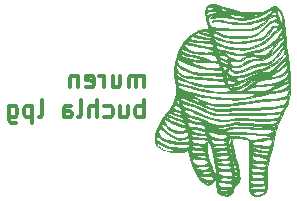
<source format=gbr>
G04 #@! TF.GenerationSoftware,KiCad,Pcbnew,5.1.4*
G04 #@! TF.CreationDate,2019-10-24T19:13:33+02:00*
G04 #@! TF.ProjectId,lpg,6c70672e-6b69-4636-9164-5f7063625858,rev?*
G04 #@! TF.SameCoordinates,Original*
G04 #@! TF.FileFunction,Legend,Bot*
G04 #@! TF.FilePolarity,Positive*
%FSLAX46Y46*%
G04 Gerber Fmt 4.6, Leading zero omitted, Abs format (unit mm)*
G04 Created by KiCad (PCBNEW 5.1.4) date 2019-10-24 19:13:33*
%MOMM*%
%LPD*%
G04 APERTURE LIST*
%ADD10C,0.300000*%
%ADD11C,0.010000*%
G04 APERTURE END LIST*
D10*
X121947857Y-141403571D02*
X121947857Y-140403571D01*
X121947857Y-140546428D02*
X121876428Y-140475000D01*
X121733571Y-140403571D01*
X121519285Y-140403571D01*
X121376428Y-140475000D01*
X121305000Y-140617857D01*
X121305000Y-141403571D01*
X121305000Y-140617857D02*
X121233571Y-140475000D01*
X121090714Y-140403571D01*
X120876428Y-140403571D01*
X120733571Y-140475000D01*
X120662142Y-140617857D01*
X120662142Y-141403571D01*
X119305000Y-140403571D02*
X119305000Y-141403571D01*
X119947857Y-140403571D02*
X119947857Y-141189285D01*
X119876428Y-141332142D01*
X119733571Y-141403571D01*
X119519285Y-141403571D01*
X119376428Y-141332142D01*
X119305000Y-141260714D01*
X118590714Y-141403571D02*
X118590714Y-140403571D01*
X118590714Y-140689285D02*
X118519285Y-140546428D01*
X118447857Y-140475000D01*
X118305000Y-140403571D01*
X118162142Y-140403571D01*
X117090714Y-141332142D02*
X117233571Y-141403571D01*
X117519285Y-141403571D01*
X117662142Y-141332142D01*
X117733571Y-141189285D01*
X117733571Y-140617857D01*
X117662142Y-140475000D01*
X117519285Y-140403571D01*
X117233571Y-140403571D01*
X117090714Y-140475000D01*
X117019285Y-140617857D01*
X117019285Y-140760714D01*
X117733571Y-140903571D01*
X116376428Y-140403571D02*
X116376428Y-141403571D01*
X116376428Y-140546428D02*
X116305000Y-140475000D01*
X116162142Y-140403571D01*
X115947857Y-140403571D01*
X115805000Y-140475000D01*
X115733571Y-140617857D01*
X115733571Y-141403571D01*
X121947857Y-143953571D02*
X121947857Y-142453571D01*
X121947857Y-143025000D02*
X121805000Y-142953571D01*
X121519285Y-142953571D01*
X121376428Y-143025000D01*
X121305000Y-143096428D01*
X121233571Y-143239285D01*
X121233571Y-143667857D01*
X121305000Y-143810714D01*
X121376428Y-143882142D01*
X121519285Y-143953571D01*
X121805000Y-143953571D01*
X121947857Y-143882142D01*
X119947857Y-142953571D02*
X119947857Y-143953571D01*
X120590714Y-142953571D02*
X120590714Y-143739285D01*
X120519285Y-143882142D01*
X120376428Y-143953571D01*
X120162142Y-143953571D01*
X120019285Y-143882142D01*
X119947857Y-143810714D01*
X118590714Y-143882142D02*
X118733571Y-143953571D01*
X119019285Y-143953571D01*
X119162142Y-143882142D01*
X119233571Y-143810714D01*
X119305000Y-143667857D01*
X119305000Y-143239285D01*
X119233571Y-143096428D01*
X119162142Y-143025000D01*
X119019285Y-142953571D01*
X118733571Y-142953571D01*
X118590714Y-143025000D01*
X117947857Y-143953571D02*
X117947857Y-142453571D01*
X117305000Y-143953571D02*
X117305000Y-143167857D01*
X117376428Y-143025000D01*
X117519285Y-142953571D01*
X117733571Y-142953571D01*
X117876428Y-143025000D01*
X117947857Y-143096428D01*
X116376428Y-143953571D02*
X116519285Y-143882142D01*
X116590714Y-143739285D01*
X116590714Y-142453571D01*
X115162142Y-143953571D02*
X115162142Y-143167857D01*
X115233571Y-143025000D01*
X115376428Y-142953571D01*
X115662142Y-142953571D01*
X115805000Y-143025000D01*
X115162142Y-143882142D02*
X115305000Y-143953571D01*
X115662142Y-143953571D01*
X115805000Y-143882142D01*
X115876428Y-143739285D01*
X115876428Y-143596428D01*
X115805000Y-143453571D01*
X115662142Y-143382142D01*
X115305000Y-143382142D01*
X115162142Y-143310714D01*
X113090714Y-143953571D02*
X113233571Y-143882142D01*
X113305000Y-143739285D01*
X113305000Y-142453571D01*
X112519285Y-142953571D02*
X112519285Y-144453571D01*
X112519285Y-143025000D02*
X112376428Y-142953571D01*
X112090714Y-142953571D01*
X111947857Y-143025000D01*
X111876428Y-143096428D01*
X111805000Y-143239285D01*
X111805000Y-143667857D01*
X111876428Y-143810714D01*
X111947857Y-143882142D01*
X112090714Y-143953571D01*
X112376428Y-143953571D01*
X112519285Y-143882142D01*
X110519285Y-142953571D02*
X110519285Y-144167857D01*
X110590714Y-144310714D01*
X110662142Y-144382142D01*
X110805000Y-144453571D01*
X111019285Y-144453571D01*
X111162142Y-144382142D01*
X110519285Y-143882142D02*
X110662142Y-143953571D01*
X110947857Y-143953571D01*
X111090714Y-143882142D01*
X111162142Y-143810714D01*
X111233571Y-143667857D01*
X111233571Y-143239285D01*
X111162142Y-143096428D01*
X111090714Y-143025000D01*
X110947857Y-142953571D01*
X110662142Y-142953571D01*
X110519285Y-143025000D01*
D11*
G36*
X123184563Y-146449357D02*
G01*
X123200333Y-146479334D01*
X123280107Y-146560190D01*
X123294993Y-146564000D01*
X123300770Y-146509310D01*
X123285000Y-146479334D01*
X123205226Y-146398477D01*
X123190340Y-146394667D01*
X123184563Y-146449357D01*
X123184563Y-146449357D01*
G37*
X123184563Y-146449357D02*
X123200333Y-146479334D01*
X123280107Y-146560190D01*
X123294993Y-146564000D01*
X123300770Y-146509310D01*
X123285000Y-146479334D01*
X123205226Y-146398477D01*
X123190340Y-146394667D01*
X123184563Y-146449357D01*
G36*
X123412000Y-146606334D02*
G01*
X123454333Y-146648667D01*
X123496666Y-146606334D01*
X123454333Y-146564000D01*
X123412000Y-146606334D01*
X123412000Y-146606334D01*
G37*
X123412000Y-146606334D02*
X123454333Y-146648667D01*
X123496666Y-146606334D01*
X123454333Y-146564000D01*
X123412000Y-146606334D01*
G36*
X123609555Y-146676889D02*
G01*
X123621178Y-146727223D01*
X123666000Y-146733334D01*
X123735690Y-146702355D01*
X123722444Y-146676889D01*
X123621965Y-146666756D01*
X123609555Y-146676889D01*
X123609555Y-146676889D01*
G37*
X123609555Y-146676889D02*
X123621178Y-146727223D01*
X123666000Y-146733334D01*
X123735690Y-146702355D01*
X123722444Y-146676889D01*
X123621965Y-146666756D01*
X123609555Y-146676889D01*
G36*
X127605431Y-134384218D02*
G01*
X127486776Y-134419636D01*
X127310029Y-134489753D01*
X127215547Y-134578369D01*
X127173248Y-134737097D01*
X127154547Y-134989622D01*
X127199783Y-135578563D01*
X127294262Y-135923387D01*
X127383770Y-136215643D01*
X127388290Y-136386308D01*
X127295155Y-136466902D01*
X127091697Y-136488947D01*
X127066908Y-136489139D01*
X126658506Y-136563807D01*
X126217960Y-136768981D01*
X125781449Y-137080227D01*
X125385152Y-137473112D01*
X125151758Y-137782538D01*
X124929965Y-138209226D01*
X124739854Y-138741775D01*
X124598660Y-139317334D01*
X124523616Y-139873046D01*
X124516027Y-140101107D01*
X124533792Y-140446719D01*
X124576873Y-140863347D01*
X124630935Y-141230000D01*
X124685274Y-141574998D01*
X124700126Y-141820630D01*
X124672820Y-142032811D01*
X124600688Y-142277457D01*
X124586857Y-142318060D01*
X124387486Y-142803905D01*
X124126508Y-143247706D01*
X123772620Y-143707478D01*
X123476220Y-144119062D01*
X123215729Y-144590323D01*
X123012859Y-145071947D01*
X122889318Y-145514622D01*
X122861666Y-145776600D01*
X122883521Y-146068471D01*
X122941031Y-146276829D01*
X122974576Y-146326934D01*
X123059125Y-146391781D01*
X123062170Y-146321102D01*
X123059817Y-146310000D01*
X123055750Y-146184719D01*
X123134965Y-146156083D01*
X123320846Y-146222792D01*
X123454333Y-146288048D01*
X123764210Y-146425383D01*
X124104023Y-146547820D01*
X124174000Y-146568840D01*
X124475316Y-146667478D01*
X124623234Y-146744297D01*
X124615166Y-146792487D01*
X124448528Y-146805242D01*
X124258666Y-146791785D01*
X124019885Y-146773802D01*
X123941793Y-146784172D01*
X124004666Y-146815161D01*
X124231611Y-146861760D01*
X124533367Y-146887042D01*
X124857049Y-146891324D01*
X125149769Y-146874917D01*
X125358639Y-146838136D01*
X125421375Y-146806758D01*
X125571614Y-146741162D01*
X125705055Y-146813140D01*
X125778644Y-146992981D01*
X125782666Y-147056088D01*
X125840218Y-147464167D01*
X126000792Y-147949309D01*
X126246268Y-148470265D01*
X126558529Y-148985782D01*
X126740828Y-149237421D01*
X127015593Y-149542183D01*
X127258868Y-149689354D01*
X127490653Y-149682657D01*
X127728621Y-149527334D01*
X127391333Y-149527334D01*
X127326904Y-149609540D01*
X127306666Y-149612000D01*
X127224460Y-149547571D01*
X127222000Y-149527334D01*
X127286429Y-149445127D01*
X127306666Y-149442667D01*
X127388873Y-149507096D01*
X127391333Y-149527334D01*
X127728621Y-149527334D01*
X127730947Y-149525816D01*
X127818874Y-149438163D01*
X128060353Y-149179659D01*
X128085676Y-149704665D01*
X128110202Y-150010502D01*
X128159807Y-150200894D01*
X128253732Y-150329631D01*
X128332485Y-150394560D01*
X128629558Y-150539732D01*
X128934947Y-150567102D01*
X129209144Y-150489246D01*
X129299159Y-150413824D01*
X128964447Y-150413824D01*
X128957666Y-150458667D01*
X128885246Y-150539349D01*
X128873000Y-150543334D01*
X128805686Y-150484282D01*
X128788333Y-150458667D01*
X128808439Y-150386938D01*
X128873000Y-150374000D01*
X128964447Y-150413824D01*
X129299159Y-150413824D01*
X129412644Y-150318738D01*
X129470801Y-150162528D01*
X129320089Y-150162528D01*
X129175928Y-150193604D01*
X128871759Y-150191060D01*
X128832448Y-150188403D01*
X128553037Y-150159787D01*
X128345876Y-150123010D01*
X128268004Y-150093560D01*
X128232963Y-150024360D01*
X128315507Y-149990796D01*
X128533379Y-149990164D01*
X128810367Y-150010947D01*
X129135525Y-150056863D01*
X129306027Y-150112169D01*
X129320089Y-150162528D01*
X129470801Y-150162528D01*
X129505938Y-150068153D01*
X129508000Y-150020396D01*
X129561644Y-149802195D01*
X129717217Y-149682377D01*
X129792908Y-149618427D01*
X129423333Y-149618427D01*
X129391623Y-149771115D01*
X129366889Y-149809556D01*
X129245657Y-149846730D01*
X129019628Y-149862592D01*
X128752017Y-149856935D01*
X128506041Y-149829550D01*
X128428500Y-149812636D01*
X128271665Y-149705366D01*
X128238000Y-149554087D01*
X128259671Y-149407649D01*
X128357309Y-149392849D01*
X128428500Y-149415795D01*
X128629172Y-149457936D01*
X128908582Y-149482089D01*
X129021166Y-149484371D01*
X129275647Y-149497467D01*
X129397581Y-149545611D01*
X129423333Y-149618427D01*
X129792908Y-149618427D01*
X129892760Y-149534065D01*
X130016437Y-149314343D01*
X130030732Y-149253590D01*
X129811179Y-149253590D01*
X129799864Y-149280565D01*
X129697077Y-149322513D01*
X129670102Y-149311198D01*
X129628154Y-149208410D01*
X129632252Y-149198639D01*
X129410759Y-149198639D01*
X129381000Y-149273334D01*
X129261500Y-149331586D01*
X129037117Y-149354865D01*
X128768675Y-149343031D01*
X128517001Y-149295947D01*
X128455178Y-149275429D01*
X128272444Y-149180852D01*
X128251420Y-149103162D01*
X128384858Y-149048017D01*
X128495567Y-149037389D01*
X127805913Y-149037389D01*
X127781299Y-149153498D01*
X127716146Y-149225378D01*
X127569441Y-149246789D01*
X127300357Y-149223357D01*
X127286964Y-149221631D01*
X127024138Y-149172490D01*
X126834393Y-149109395D01*
X126778796Y-149070354D01*
X126729431Y-148974751D01*
X126760032Y-148919273D01*
X126899169Y-148891516D01*
X127175414Y-148879081D01*
X127222035Y-148877962D01*
X127556268Y-148886043D01*
X127744221Y-148935898D01*
X127805913Y-149037389D01*
X128495567Y-149037389D01*
X128665508Y-149021075D01*
X128783336Y-149019334D01*
X129147717Y-149038185D01*
X129354337Y-149096882D01*
X129410759Y-149198639D01*
X129632252Y-149198639D01*
X129639469Y-149181435D01*
X129742256Y-149139488D01*
X129769231Y-149150803D01*
X129811179Y-149253590D01*
X130030732Y-149253590D01*
X130049129Y-149175411D01*
X130057229Y-149007648D01*
X130046081Y-148887861D01*
X129831708Y-148887861D01*
X129790801Y-149000827D01*
X129719666Y-149019334D01*
X129612911Y-148958468D01*
X129608785Y-148871167D01*
X129679352Y-148751889D01*
X129776354Y-148772484D01*
X129831708Y-148887861D01*
X130046081Y-148887861D01*
X130036759Y-148787711D01*
X130015018Y-148666556D01*
X129423333Y-148666556D01*
X129395691Y-148827543D01*
X129366889Y-148878222D01*
X129234890Y-148921546D01*
X129002502Y-148932838D01*
X128735239Y-148913973D01*
X128498615Y-148866831D01*
X128455178Y-148852096D01*
X128298252Y-148745147D01*
X128261975Y-148674525D01*
X128060913Y-148674525D01*
X128024047Y-148763332D01*
X127945676Y-148703925D01*
X127856842Y-148542855D01*
X127645333Y-148542855D01*
X127570354Y-148644397D01*
X127381620Y-148710652D01*
X127133439Y-148727055D01*
X127010333Y-148713157D01*
X126803300Y-148685465D01*
X126714000Y-148679248D01*
X126632396Y-148658763D01*
X126685085Y-148614725D01*
X126840822Y-148559233D01*
X127068361Y-148504385D01*
X127243166Y-148474346D01*
X127491220Y-148448379D01*
X127612605Y-148468352D01*
X127645322Y-148540737D01*
X127645333Y-148542855D01*
X127856842Y-148542855D01*
X127827794Y-148490187D01*
X127702409Y-148193834D01*
X127681711Y-148135876D01*
X127476000Y-148135876D01*
X127411127Y-148269128D01*
X127327833Y-148340038D01*
X127150614Y-148385591D01*
X126889272Y-148389615D01*
X126615988Y-148358120D01*
X126402944Y-148297119D01*
X126342065Y-148257932D01*
X126291398Y-148189435D01*
X126321176Y-148142917D01*
X126456921Y-148109698D01*
X126724157Y-148081096D01*
X126904500Y-148066620D01*
X127221754Y-148050126D01*
X127401026Y-148063689D01*
X127471577Y-148110856D01*
X127476000Y-148135876D01*
X127681711Y-148135876D01*
X127550139Y-147767457D01*
X127362672Y-147767457D01*
X127247775Y-147902308D01*
X127062372Y-147964312D01*
X126786300Y-147977636D01*
X126489542Y-147947131D01*
X126242078Y-147877646D01*
X126154702Y-147826561D01*
X126054762Y-147664003D01*
X126036666Y-147559050D01*
X126061321Y-147446060D01*
X126167423Y-147421435D01*
X126301250Y-147442417D01*
X126563886Y-147477120D01*
X126871817Y-147494771D01*
X126927191Y-147495334D01*
X127196116Y-147533098D01*
X127347206Y-147631334D01*
X127362672Y-147767457D01*
X127550139Y-147767457D01*
X127502282Y-147633454D01*
X127408962Y-147304663D01*
X127205558Y-147304663D01*
X127161228Y-147358549D01*
X127042293Y-147384899D01*
X126830150Y-147372064D01*
X126593476Y-147330538D01*
X126400944Y-147270819D01*
X126337233Y-147232620D01*
X126364829Y-147189521D01*
X126536627Y-147162948D01*
X126739400Y-147156667D01*
X127048095Y-147171472D01*
X127200057Y-147219165D01*
X127205558Y-147304663D01*
X127408962Y-147304663D01*
X127359114Y-147129040D01*
X127315955Y-146907664D01*
X127137333Y-146907664D01*
X127061920Y-146949066D01*
X126871673Y-146975888D01*
X126620583Y-146986677D01*
X126362640Y-146979982D01*
X126151835Y-146954351D01*
X126085925Y-146935942D01*
X125969057Y-146826309D01*
X125952000Y-146758295D01*
X125979208Y-146691222D01*
X126084144Y-146664457D01*
X126301773Y-146673641D01*
X126481166Y-146692321D01*
X126814577Y-146734661D01*
X127012665Y-146775093D01*
X127108950Y-146824617D01*
X127136950Y-146894234D01*
X127137333Y-146907664D01*
X127315955Y-146907664D01*
X127275444Y-146699876D01*
X127262664Y-146502194D01*
X127052666Y-146502194D01*
X126978823Y-146542119D01*
X126792948Y-146551479D01*
X126548527Y-146535462D01*
X126299043Y-146499258D01*
X126097982Y-146448055D01*
X126009084Y-146400951D01*
X125957739Y-146294961D01*
X125962827Y-146282375D01*
X125781485Y-146282375D01*
X125746231Y-146389567D01*
X125676833Y-146471080D01*
X125531313Y-146525898D01*
X125264710Y-146545779D01*
X124920971Y-146533720D01*
X124544044Y-146492718D01*
X124177876Y-146425772D01*
X123906920Y-146350365D01*
X123592253Y-146204959D01*
X123277392Y-146003399D01*
X123187253Y-145930933D01*
X123003126Y-145759943D01*
X122938032Y-145661000D01*
X122976125Y-145603771D01*
X123008583Y-145588892D01*
X123193585Y-145604983D01*
X123414599Y-145748862D01*
X123759162Y-145965874D01*
X124194464Y-146103051D01*
X124746960Y-146167126D01*
X125084166Y-146173817D01*
X125465241Y-146181917D01*
X125692751Y-146215631D01*
X125781485Y-146282375D01*
X125962827Y-146282375D01*
X125970580Y-146263198D01*
X126078199Y-146247162D01*
X126286819Y-146269395D01*
X126542508Y-146317985D01*
X126791332Y-146381019D01*
X126979358Y-146446586D01*
X127052666Y-146502194D01*
X127262664Y-146502194D01*
X127253810Y-146365245D01*
X127296750Y-146144428D01*
X127406803Y-146056710D01*
X127421015Y-146056000D01*
X127480256Y-146086472D01*
X127542009Y-146190828D01*
X127612409Y-146388475D01*
X127697586Y-146698824D01*
X127803674Y-147141283D01*
X127902536Y-147580000D01*
X128002152Y-148076741D01*
X128054280Y-148443622D01*
X128060913Y-148674525D01*
X128261975Y-148674525D01*
X128228285Y-148608942D01*
X128248640Y-148493142D01*
X128362677Y-148447404D01*
X128428500Y-148457969D01*
X128629247Y-148489404D01*
X128908752Y-148508073D01*
X129021166Y-148510177D01*
X129269594Y-148522007D01*
X129390087Y-148566144D01*
X129423235Y-148658372D01*
X129423333Y-148666556D01*
X130015018Y-148666556D01*
X129983739Y-148492258D01*
X129979867Y-148475208D01*
X129846666Y-148475208D01*
X129789011Y-148567809D01*
X129666099Y-148572126D01*
X129553014Y-148494634D01*
X129529127Y-148447834D01*
X129568072Y-148362330D01*
X129670278Y-148342000D01*
X129815825Y-148395785D01*
X129846666Y-148475208D01*
X129979867Y-148475208D01*
X129894191Y-148097946D01*
X129883461Y-148055330D01*
X129751767Y-148055330D01*
X129730844Y-148172226D01*
X129707857Y-148198587D01*
X129602316Y-148215710D01*
X129516741Y-148129896D01*
X129508000Y-148083003D01*
X129510084Y-148080856D01*
X129332200Y-148080856D01*
X129328913Y-148156702D01*
X129309450Y-148211349D01*
X129197524Y-148294472D01*
X128979239Y-148339494D01*
X128713250Y-148346327D01*
X128458210Y-148314885D01*
X128272772Y-148245078D01*
X128236302Y-148212954D01*
X128170646Y-148088883D01*
X128232307Y-148014217D01*
X128434339Y-147983561D01*
X128774127Y-147990619D01*
X129086734Y-148010979D01*
X129262115Y-148036670D01*
X129332200Y-148080856D01*
X129510084Y-148080856D01*
X129576651Y-148012297D01*
X129635000Y-148003334D01*
X129751767Y-148055330D01*
X129883461Y-148055330D01*
X129795756Y-147707000D01*
X129592666Y-147707000D01*
X129546949Y-147819672D01*
X129508000Y-147834000D01*
X129432885Y-147765424D01*
X129423333Y-147707000D01*
X129456956Y-147624136D01*
X129224074Y-147624136D01*
X129214583Y-147782743D01*
X129160504Y-147839861D01*
X129007089Y-147872189D01*
X128755515Y-147869720D01*
X128472477Y-147836346D01*
X128259166Y-147787265D01*
X128153949Y-147715934D01*
X128186122Y-147640498D01*
X128329297Y-147599858D01*
X128386166Y-147600041D01*
X128641370Y-147589034D01*
X128894236Y-147547556D01*
X129096561Y-147519511D01*
X129198032Y-147572942D01*
X129224074Y-147624136D01*
X129456956Y-147624136D01*
X129469051Y-147594328D01*
X129508000Y-147580000D01*
X129583114Y-147648577D01*
X129592666Y-147707000D01*
X129795756Y-147707000D01*
X129764138Y-147581431D01*
X129695749Y-147321003D01*
X129508000Y-147321003D01*
X129446539Y-147407221D01*
X129423333Y-147410667D01*
X129340868Y-147381780D01*
X129338666Y-147373330D01*
X129397995Y-147301044D01*
X129423333Y-147283667D01*
X129501352Y-147290380D01*
X129508000Y-147321003D01*
X129695749Y-147321003D01*
X129673826Y-147237516D01*
X129127000Y-147237516D01*
X129052295Y-147354939D01*
X128863612Y-147437561D01*
X128614097Y-147477838D01*
X128356896Y-147468227D01*
X128145158Y-147401182D01*
X128114356Y-147381257D01*
X128021876Y-147289301D01*
X128050055Y-147224813D01*
X128214000Y-147180697D01*
X128528814Y-147149858D01*
X128619000Y-147144198D01*
X128911220Y-147135651D01*
X129068879Y-147157614D01*
X129124977Y-147216149D01*
X129127000Y-147237516D01*
X129673826Y-147237516D01*
X129641477Y-147114334D01*
X129600862Y-146945000D01*
X129423333Y-146945000D01*
X129380373Y-147050374D01*
X129332316Y-147055772D01*
X129244842Y-146968364D01*
X129241300Y-146945000D01*
X129307215Y-146845726D01*
X129332316Y-146834228D01*
X129409519Y-146875098D01*
X129423333Y-146945000D01*
X129600862Y-146945000D01*
X129563415Y-146788875D01*
X128990881Y-146788875D01*
X128969150Y-146860938D01*
X128898284Y-146940379D01*
X128739998Y-146974196D01*
X128454856Y-146970700D01*
X128449717Y-146970423D01*
X128189597Y-146942465D01*
X128011124Y-146897140D01*
X127961859Y-146860334D01*
X128027854Y-146815840D01*
X128208407Y-146766720D01*
X128449269Y-146721668D01*
X128696192Y-146689378D01*
X128894924Y-146678544D01*
X128989293Y-146695668D01*
X128990881Y-146788875D01*
X129563415Y-146788875D01*
X129547822Y-146723868D01*
X129501031Y-146479334D01*
X129338666Y-146479334D01*
X129303210Y-146616914D01*
X129254000Y-146648667D01*
X129185210Y-146577754D01*
X129169333Y-146479334D01*
X129204789Y-146341753D01*
X129221452Y-146331001D01*
X128962672Y-146331001D01*
X128934048Y-146412370D01*
X128909077Y-146444538D01*
X128775440Y-146515672D01*
X128552059Y-146557544D01*
X128291692Y-146570156D01*
X128047099Y-146553508D01*
X127871039Y-146507600D01*
X127814666Y-146444520D01*
X127870109Y-146369922D01*
X128051450Y-146320507D01*
X128343833Y-146292018D01*
X128689264Y-146276680D01*
X128888310Y-146287723D01*
X128962672Y-146331001D01*
X129221452Y-146331001D01*
X129254000Y-146310000D01*
X129322790Y-146380913D01*
X129338666Y-146479334D01*
X129501031Y-146479334D01*
X129478623Y-146362230D01*
X129442874Y-146080752D01*
X129441249Y-145971334D01*
X129443979Y-145938194D01*
X129308099Y-145938194D01*
X129306192Y-145950167D01*
X129274158Y-146138463D01*
X129247027Y-146212790D01*
X129198689Y-146225646D01*
X129169333Y-146225334D01*
X129109886Y-146151761D01*
X129084797Y-145975365D01*
X128897819Y-145975365D01*
X128894237Y-145992500D01*
X128782298Y-146092954D01*
X128556380Y-146166972D01*
X128270964Y-146205317D01*
X127980527Y-146198750D01*
X127835833Y-146171969D01*
X127676843Y-146062136D01*
X127645333Y-145950381D01*
X127663596Y-145855448D01*
X127383759Y-145855448D01*
X127360133Y-145931661D01*
X127264803Y-146055481D01*
X127034571Y-146191015D01*
X126712006Y-146219099D01*
X126337148Y-146137879D01*
X126245614Y-146102654D01*
X126054382Y-145990396D01*
X125988020Y-145908937D01*
X125760360Y-145908937D01*
X125636565Y-145993246D01*
X125375076Y-146034141D01*
X124963371Y-146035103D01*
X124849827Y-146030224D01*
X124343237Y-145983483D01*
X123967062Y-145895884D01*
X123791494Y-145821991D01*
X123429095Y-145594893D01*
X123200434Y-145359702D01*
X123119557Y-145132587D01*
X123128528Y-145058889D01*
X123194538Y-144911888D01*
X123250824Y-144870667D01*
X123351006Y-144918555D01*
X123541831Y-145043806D01*
X123770116Y-145210431D01*
X124071695Y-145424012D01*
X124385663Y-145621616D01*
X124579220Y-145727462D01*
X124815544Y-145831842D01*
X124992476Y-145860292D01*
X125198453Y-145818818D01*
X125326367Y-145778225D01*
X125562361Y-145707509D01*
X125686799Y-145697631D01*
X125746130Y-145748538D01*
X125758984Y-145777739D01*
X125760360Y-145908937D01*
X125988020Y-145908937D01*
X125955674Y-145869233D01*
X125952000Y-145846673D01*
X125973217Y-145782258D01*
X126058258Y-145748931D01*
X126239209Y-145743141D01*
X126548154Y-145761332D01*
X126650500Y-145769319D01*
X126975611Y-145798448D01*
X127229303Y-145826987D01*
X127369609Y-145850007D01*
X127383759Y-145855448D01*
X127663596Y-145855448D01*
X127666163Y-145842105D01*
X127759692Y-145809058D01*
X127962833Y-145832324D01*
X128280089Y-145869468D01*
X128601321Y-145885722D01*
X128604889Y-145885735D01*
X128829273Y-145908075D01*
X128897819Y-145975365D01*
X129084797Y-145975365D01*
X129084673Y-145974494D01*
X129084666Y-145971334D01*
X129121164Y-145771666D01*
X129214563Y-145717334D01*
X129305202Y-145767585D01*
X129308099Y-145938194D01*
X129443979Y-145938194D01*
X129465666Y-145675000D01*
X129902743Y-145701504D01*
X130210154Y-145730058D01*
X130486771Y-145771929D01*
X130580077Y-145792783D01*
X130820333Y-145857558D01*
X130820333Y-150218805D01*
X131057888Y-150423402D01*
X131376088Y-150597501D01*
X131717708Y-150614041D01*
X132044104Y-150473015D01*
X132106779Y-150423652D01*
X132202633Y-150336578D01*
X132268743Y-150248142D01*
X132283906Y-150204566D01*
X132102125Y-150204566D01*
X132098881Y-150280330D01*
X131950290Y-150407459D01*
X131944494Y-150411533D01*
X131648160Y-150532795D01*
X131356036Y-150491205D01*
X131238815Y-150423256D01*
X131133147Y-150330668D01*
X131134589Y-150269275D01*
X131261991Y-150228138D01*
X131534204Y-150196317D01*
X131645833Y-150187038D01*
X131953336Y-150175143D01*
X132102125Y-150204566D01*
X132283906Y-150204566D01*
X132310998Y-150126711D01*
X132335289Y-149940651D01*
X132342701Y-149769318D01*
X132217333Y-149769318D01*
X132200604Y-149901158D01*
X132128203Y-149980754D01*
X131966813Y-150020924D01*
X131683116Y-150034487D01*
X131525889Y-150035334D01*
X131208278Y-150027553D01*
X131028177Y-149999629D01*
X130954281Y-149944691D01*
X130947333Y-149908334D01*
X130993178Y-149828003D01*
X131151578Y-149789078D01*
X131365155Y-149781334D01*
X131661922Y-149764456D01*
X131922534Y-149721891D01*
X132000155Y-149698762D01*
X132157641Y-149656227D01*
X132213113Y-149709283D01*
X132217333Y-149769318D01*
X132342701Y-149769318D01*
X132347504Y-149658331D01*
X132351815Y-149365056D01*
X132132617Y-149365056D01*
X132108951Y-149498390D01*
X132015772Y-149572946D01*
X131819993Y-149600743D01*
X131501141Y-149594414D01*
X131213273Y-149573241D01*
X131054052Y-149534806D01*
X130982799Y-149463641D01*
X130964059Y-149390213D01*
X130962300Y-149296881D01*
X131013658Y-149244131D01*
X131152972Y-149221642D01*
X131415077Y-149219089D01*
X131535510Y-149220880D01*
X131856613Y-149233325D01*
X132041014Y-149262309D01*
X132121117Y-149315655D01*
X132132617Y-149365056D01*
X132351815Y-149365056D01*
X132353534Y-149248116D01*
X132355067Y-149090152D01*
X132358838Y-148911753D01*
X132125301Y-148911753D01*
X132103450Y-148973349D01*
X131989056Y-149059224D01*
X131762087Y-149101737D01*
X131474802Y-149096303D01*
X131222500Y-149050636D01*
X131071046Y-148951989D01*
X131032000Y-148848154D01*
X131050624Y-148766651D01*
X131131478Y-148727867D01*
X131312039Y-148724320D01*
X131561166Y-148742488D01*
X131875071Y-148771720D01*
X132052328Y-148800564D01*
X132125037Y-148842686D01*
X132125301Y-148911753D01*
X132358838Y-148911753D01*
X132366465Y-148551059D01*
X132375247Y-148421786D01*
X132204999Y-148421786D01*
X132179559Y-148503956D01*
X132068244Y-148555066D01*
X131849048Y-148586438D01*
X131582539Y-148595644D01*
X131329282Y-148580254D01*
X131165925Y-148544608D01*
X131051048Y-148426297D01*
X131032000Y-148340971D01*
X131050471Y-148258984D01*
X131130897Y-148219783D01*
X131310796Y-148215752D01*
X131561166Y-148233542D01*
X131923410Y-148277191D01*
X132132665Y-148337597D01*
X132204999Y-148421786D01*
X132375247Y-148421786D01*
X132395386Y-148125339D01*
X132433470Y-147875238D01*
X132282826Y-147875238D01*
X132277023Y-147958149D01*
X132252601Y-148033549D01*
X132130125Y-148136326D01*
X131897950Y-148171107D01*
X131601814Y-148137080D01*
X131325614Y-148049987D01*
X131094040Y-147932583D01*
X131024718Y-147845686D01*
X131112669Y-147793223D01*
X131352909Y-147779120D01*
X131645833Y-147797563D01*
X131947279Y-147828441D01*
X132173363Y-147855673D01*
X132280106Y-147873896D01*
X132282826Y-147875238D01*
X132433470Y-147875238D01*
X132451442Y-147757219D01*
X132504060Y-147549538D01*
X132375467Y-147549538D01*
X132330222Y-147608222D01*
X132210765Y-147642468D01*
X131982753Y-147655075D01*
X131705428Y-147647138D01*
X131438035Y-147619753D01*
X131286000Y-147588910D01*
X131116135Y-147486467D01*
X131074333Y-147322183D01*
X131111462Y-147164861D01*
X131201333Y-147144718D01*
X131348437Y-147174771D01*
X131602711Y-147222242D01*
X131857500Y-147267748D01*
X132191205Y-147346315D01*
X132361857Y-147438802D01*
X132375467Y-147549538D01*
X132504060Y-147549538D01*
X132544248Y-147390923D01*
X132656649Y-147051500D01*
X132471333Y-147051500D01*
X132441832Y-147124083D01*
X132328638Y-147149960D01*
X132094713Y-147135358D01*
X132021526Y-147127115D01*
X131703734Y-147077668D01*
X131409419Y-147012393D01*
X131301859Y-146980175D01*
X131107318Y-146885721D01*
X131035078Y-146799658D01*
X131090519Y-146752403D01*
X131264833Y-146770789D01*
X131481136Y-146811317D01*
X131783920Y-146853372D01*
X131984500Y-146875502D01*
X132280969Y-146918142D01*
X132434253Y-146978776D01*
X132471333Y-147051500D01*
X132656649Y-147051500D01*
X132683414Y-146970677D01*
X132753962Y-146775667D01*
X132791891Y-146640648D01*
X132640666Y-146640648D01*
X132567165Y-146768004D01*
X132350159Y-146814089D01*
X131994890Y-146778547D01*
X131672696Y-146706454D01*
X131431793Y-146624365D01*
X131266879Y-146533611D01*
X131196482Y-146455335D01*
X131239128Y-146410682D01*
X131413348Y-146420797D01*
X131424134Y-146422794D01*
X131646548Y-146458157D01*
X131953573Y-146498986D01*
X132153833Y-146522484D01*
X132415082Y-146561438D01*
X132591784Y-146607186D01*
X132640666Y-146640648D01*
X132791891Y-146640648D01*
X132823746Y-146527257D01*
X132895250Y-146178288D01*
X132919764Y-146021413D01*
X132797920Y-146021413D01*
X132733108Y-146199748D01*
X132670527Y-146315808D01*
X132587522Y-146375489D01*
X132438910Y-146390027D01*
X132179503Y-146370664D01*
X132084504Y-146361070D01*
X131751752Y-146323118D01*
X131449782Y-146282170D01*
X131280219Y-146253811D01*
X131094608Y-146190032D01*
X131065075Y-146114094D01*
X131180192Y-146038611D01*
X131428525Y-145976202D01*
X131546839Y-145959540D01*
X131894138Y-145909944D01*
X132242678Y-145847015D01*
X132371126Y-145819110D01*
X132647323Y-145785310D01*
X132787839Y-145850905D01*
X132797920Y-146021413D01*
X132919764Y-146021413D01*
X132954858Y-145796838D01*
X132963502Y-145728081D01*
X132991791Y-145536285D01*
X132689438Y-145536285D01*
X132685937Y-145595379D01*
X132513997Y-145659520D01*
X132173722Y-145726802D01*
X131667000Y-145795110D01*
X131367579Y-145830586D01*
X131140095Y-145859102D01*
X131031350Y-145874779D01*
X131029672Y-145875171D01*
X130935899Y-145840085D01*
X130780824Y-145743648D01*
X130544566Y-145647428D01*
X130154292Y-145584547D01*
X129869529Y-145563516D01*
X129646480Y-145545561D01*
X128996924Y-145545561D01*
X128894196Y-145685508D01*
X128851833Y-145714140D01*
X128662369Y-145760153D01*
X128377965Y-145756374D01*
X128063421Y-145709185D01*
X127783543Y-145624967D01*
X127737810Y-145604426D01*
X127680671Y-145565277D01*
X127358468Y-145565277D01*
X127344131Y-145640546D01*
X127233073Y-145681170D01*
X127000833Y-145689383D01*
X126691940Y-145667617D01*
X126350919Y-145618308D01*
X126142500Y-145574879D01*
X125993767Y-145491733D01*
X125952000Y-145402763D01*
X125996085Y-145318517D01*
X126100166Y-145342840D01*
X126265969Y-145386175D01*
X126529941Y-145424522D01*
X126714000Y-145440963D01*
X127067269Y-145471698D01*
X127274371Y-145510691D01*
X127358468Y-145565277D01*
X127680671Y-145565277D01*
X127550503Y-145476093D01*
X127423358Y-145322506D01*
X127409715Y-145264947D01*
X127195667Y-145264947D01*
X127181380Y-145291227D01*
X127074251Y-145336146D01*
X126836759Y-145322426D01*
X126515524Y-145260121D01*
X125670626Y-145260121D01*
X125663899Y-145433568D01*
X125529579Y-145575695D01*
X125308580Y-145671940D01*
X125041811Y-145707742D01*
X124770183Y-145668540D01*
X124655267Y-145621518D01*
X124266817Y-145399206D01*
X123926509Y-145165322D01*
X123653917Y-144938398D01*
X123468620Y-144736962D01*
X123390193Y-144579545D01*
X123438215Y-144484678D01*
X123449198Y-144479922D01*
X123595695Y-144508983D01*
X123781641Y-144672642D01*
X123794945Y-144688205D01*
X124022558Y-144913481D01*
X124283445Y-145113547D01*
X124303214Y-145126035D01*
X124488285Y-145225266D01*
X124663180Y-145266320D01*
X124893723Y-145257494D01*
X125111430Y-145227907D01*
X125413278Y-145190956D01*
X125585583Y-145195960D01*
X125663358Y-145244936D01*
X125670626Y-145260121D01*
X126515524Y-145260121D01*
X126457804Y-145248926D01*
X126227166Y-145193280D01*
X125983275Y-145104059D01*
X125871240Y-144999600D01*
X125867333Y-144976793D01*
X125898486Y-144919312D01*
X125541113Y-144919312D01*
X125468314Y-144998831D01*
X125276701Y-145066456D01*
X124982387Y-145109179D01*
X124845249Y-145116227D01*
X124511407Y-145054535D01*
X124235961Y-144891834D01*
X123935479Y-144635057D01*
X123727931Y-144398392D01*
X123630556Y-144205684D01*
X123653984Y-144086816D01*
X123762263Y-144051638D01*
X123915670Y-144149510D01*
X123940045Y-144171819D01*
X124179045Y-144341677D01*
X124517658Y-144517964D01*
X124890131Y-144670685D01*
X125230708Y-144769842D01*
X125265831Y-144776631D01*
X125478989Y-144840910D01*
X125541113Y-144919312D01*
X125898486Y-144919312D01*
X125913080Y-144892387D01*
X126072498Y-144896770D01*
X126100166Y-144902609D01*
X126329017Y-144946006D01*
X126626763Y-144993512D01*
X126737639Y-145009232D01*
X127041397Y-145069764D01*
X127189643Y-145152188D01*
X127195667Y-145264947D01*
X127409715Y-145264947D01*
X127392506Y-145192346D01*
X127409862Y-145162582D01*
X127513964Y-145153673D01*
X127732796Y-145183823D01*
X128004944Y-145243188D01*
X128324351Y-145314653D01*
X128609633Y-145363745D01*
X128772576Y-145378667D01*
X128952778Y-145428020D01*
X128996924Y-145545561D01*
X129646480Y-145545561D01*
X129476176Y-145531852D01*
X129251491Y-145486989D01*
X129194370Y-145431368D01*
X129250908Y-145392244D01*
X129399003Y-145365942D01*
X129652347Y-145352336D01*
X130024632Y-145351299D01*
X130529547Y-145362705D01*
X131180785Y-145386427D01*
X131688260Y-145408356D01*
X132190704Y-145440866D01*
X132524395Y-145484145D01*
X132689438Y-145536285D01*
X132991791Y-145536285D01*
X133011847Y-145400317D01*
X133080815Y-145103483D01*
X133088756Y-145079913D01*
X132894666Y-145079913D01*
X132817942Y-145185322D01*
X132619148Y-145280977D01*
X132345357Y-145349045D01*
X132126238Y-145371031D01*
X131954389Y-145362290D01*
X131660332Y-145332682D01*
X131289208Y-145287186D01*
X130983238Y-145245022D01*
X130277042Y-145168701D01*
X129643972Y-145150805D01*
X129402166Y-145162337D01*
X129079787Y-145178160D01*
X128850141Y-145171095D01*
X128748141Y-145142540D01*
X128746000Y-145136050D01*
X128821161Y-145076440D01*
X129017881Y-144995380D01*
X129283778Y-144913234D01*
X129562773Y-144846320D01*
X129814004Y-144812830D01*
X130093293Y-144810704D01*
X130456459Y-144837878D01*
X130684099Y-144861499D01*
X131147402Y-144903927D01*
X131641172Y-144936365D01*
X132082268Y-144953738D01*
X132220654Y-144955334D01*
X132568603Y-144961600D01*
X132777025Y-144984032D01*
X132875387Y-145028075D01*
X132894666Y-145079913D01*
X133088756Y-145079913D01*
X133181123Y-144805763D01*
X132132666Y-144805763D01*
X132055683Y-144845515D01*
X131849909Y-144851876D01*
X131688166Y-144839328D01*
X130857080Y-144764983D01*
X130157164Y-144733652D01*
X129598564Y-144745423D01*
X129191424Y-144800384D01*
X129127000Y-144817164D01*
X128684530Y-144921573D01*
X128365865Y-144938427D01*
X128153333Y-144870667D01*
X128108709Y-144821868D01*
X127109196Y-144821868D01*
X127073923Y-144888280D01*
X127010069Y-144919824D01*
X126884778Y-144914621D01*
X126665197Y-144870791D01*
X126318469Y-144786454D01*
X126267546Y-144773720D01*
X126042830Y-144733647D01*
X125888210Y-144735017D01*
X125869628Y-144742249D01*
X125780337Y-144718257D01*
X125690313Y-144598950D01*
X125648083Y-144477054D01*
X125429041Y-144477054D01*
X125398345Y-144589716D01*
X125240656Y-144606483D01*
X124951950Y-144526873D01*
X124584059Y-144375696D01*
X124284277Y-144226734D01*
X124046608Y-144081920D01*
X123894609Y-143959601D01*
X123851832Y-143878127D01*
X123915199Y-143854667D01*
X124063426Y-143892674D01*
X124200733Y-143955522D01*
X124381530Y-144032368D01*
X124658109Y-144126924D01*
X124893666Y-144196909D01*
X125222647Y-144310412D01*
X125400971Y-144425154D01*
X125429041Y-144477054D01*
X125648083Y-144477054D01*
X125639853Y-144453300D01*
X125651646Y-144369172D01*
X125752076Y-144348022D01*
X125956363Y-144377554D01*
X126092351Y-144413255D01*
X126377248Y-144485614D01*
X126631527Y-144528434D01*
X126706289Y-144533297D01*
X126964918Y-144574604D01*
X127104940Y-144682898D01*
X127109196Y-144821868D01*
X128108709Y-144821868D01*
X128101157Y-144813610D01*
X128193937Y-144789834D01*
X128286133Y-144787297D01*
X128516722Y-144761967D01*
X128821882Y-144698607D01*
X129005799Y-144648985D01*
X129333085Y-144574555D01*
X129694481Y-144545394D01*
X130151308Y-144557129D01*
X130227666Y-144561872D01*
X130913541Y-144610818D01*
X131438410Y-144657625D01*
X131810568Y-144703355D01*
X132038313Y-144749071D01*
X132129941Y-144795834D01*
X132132666Y-144805763D01*
X133181123Y-144805763D01*
X133185534Y-144792674D01*
X133223977Y-144701334D01*
X133064000Y-144701334D01*
X132992874Y-144769459D01*
X132889670Y-144786000D01*
X132772600Y-144753407D01*
X132767666Y-144701334D01*
X132890169Y-144623429D01*
X132941997Y-144616667D01*
X133051424Y-144664006D01*
X133064000Y-144701334D01*
X133223977Y-144701334D01*
X133341130Y-144422986D01*
X133432439Y-144227888D01*
X133233333Y-144227888D01*
X133199215Y-144336657D01*
X133087975Y-144418415D01*
X132886284Y-144473914D01*
X132580816Y-144503907D01*
X132158242Y-144509147D01*
X131605233Y-144490386D01*
X130908463Y-144448378D01*
X130227666Y-144397679D01*
X129755097Y-144379324D01*
X129380704Y-144412949D01*
X129127000Y-144474558D01*
X128635952Y-144590001D01*
X128201253Y-144600678D01*
X127762664Y-144501150D01*
X127309975Y-144310508D01*
X127270597Y-144292906D01*
X126883333Y-144292906D01*
X126809063Y-144346401D01*
X126617247Y-144358760D01*
X126354376Y-144330870D01*
X126117422Y-144278313D01*
X125848063Y-144180386D01*
X125644123Y-144064051D01*
X125631946Y-144051014D01*
X125317821Y-144051014D01*
X125313802Y-144113841D01*
X125199761Y-144164472D01*
X125117936Y-144148544D01*
X124955360Y-144090815D01*
X124706308Y-144010213D01*
X124586312Y-143973171D01*
X124310775Y-143866716D01*
X124116536Y-143748196D01*
X124032243Y-143639549D01*
X124064548Y-143573651D01*
X124173487Y-143580991D01*
X124386226Y-143643072D01*
X124597826Y-143722933D01*
X124877576Y-143836559D01*
X125111548Y-143929041D01*
X125216533Y-143968555D01*
X125317821Y-144051014D01*
X125631946Y-144051014D01*
X125540883Y-143953527D01*
X125550572Y-143889206D01*
X125654331Y-143882803D01*
X125865808Y-143922181D01*
X126137551Y-143992966D01*
X126422109Y-144080785D01*
X126672032Y-144171265D01*
X126839869Y-144250034D01*
X126883333Y-144292906D01*
X127270597Y-144292906D01*
X126895699Y-144125327D01*
X126425853Y-143938713D01*
X126019103Y-143796686D01*
X125744818Y-143704352D01*
X125186029Y-143704352D01*
X125156038Y-143760101D01*
X125073340Y-143770000D01*
X124923116Y-143738955D01*
X124700289Y-143662252D01*
X124650006Y-143641864D01*
X124454573Y-143538832D01*
X124349244Y-143441689D01*
X124343333Y-143421139D01*
X124403276Y-143360095D01*
X124449166Y-143367976D01*
X124593841Y-143420760D01*
X124817935Y-143501491D01*
X124872500Y-143521043D01*
X125085876Y-143617674D01*
X125186029Y-143704352D01*
X125744818Y-143704352D01*
X125682881Y-143683502D01*
X125481021Y-143592575D01*
X125383286Y-143506406D01*
X125359333Y-143414928D01*
X125381933Y-143299945D01*
X125478979Y-143273233D01*
X125105333Y-143273233D01*
X125069572Y-143400607D01*
X124970468Y-143397697D01*
X124780671Y-143335738D01*
X124631801Y-143294794D01*
X124479786Y-143196053D01*
X124423648Y-143042417D01*
X124483563Y-142902273D01*
X124510180Y-142882537D01*
X124658212Y-142876745D01*
X124848003Y-142963551D01*
X125017189Y-143102016D01*
X125103405Y-143251198D01*
X125105333Y-143273233D01*
X125478979Y-143273233D01*
X125482035Y-143272392D01*
X125633041Y-143295575D01*
X125823855Y-143354153D01*
X126120739Y-143468604D01*
X126477622Y-143620453D01*
X126734410Y-143737207D01*
X127392070Y-144014748D01*
X127967295Y-144185904D01*
X128502697Y-144258469D01*
X129040888Y-144240238D01*
X129292119Y-144205030D01*
X129642955Y-144158005D01*
X129994535Y-144140607D01*
X130400879Y-144152610D01*
X130916004Y-144193787D01*
X130960453Y-144198037D01*
X131728475Y-144250649D01*
X132358443Y-144245266D01*
X132871605Y-144181305D01*
X133042833Y-144140858D01*
X133192049Y-144131739D01*
X133233333Y-144227888D01*
X133432439Y-144227888D01*
X133562458Y-143950081D01*
X133696884Y-143660345D01*
X133481529Y-143660345D01*
X133473795Y-143737551D01*
X133364319Y-143874681D01*
X133104999Y-143980482D01*
X132712720Y-144053203D01*
X132204368Y-144091092D01*
X131596829Y-144092397D01*
X130906988Y-144055367D01*
X130636840Y-144031846D01*
X129900445Y-144011656D01*
X129409173Y-144071212D01*
X129083887Y-144134648D01*
X128859242Y-144168778D01*
X128674394Y-144173098D01*
X128468494Y-144147103D01*
X128180695Y-144090290D01*
X128033799Y-144059811D01*
X127657315Y-143959979D01*
X127207831Y-143808385D01*
X126762332Y-143631869D01*
X126606576Y-143562201D01*
X126240056Y-143398822D01*
X125897460Y-143258997D01*
X125628784Y-143162551D01*
X125528666Y-143134754D01*
X125307416Y-143057227D01*
X125155167Y-142950886D01*
X125093488Y-142845656D01*
X125143951Y-142771459D01*
X125254196Y-142754000D01*
X125433232Y-142786445D01*
X125726073Y-142873831D01*
X126092274Y-143001239D01*
X126491392Y-143153748D01*
X126882981Y-143316438D01*
X127226596Y-143474388D01*
X127282114Y-143502119D01*
X127428277Y-143577053D01*
X127554171Y-143637603D01*
X127678748Y-143685037D01*
X127820965Y-143720622D01*
X127999773Y-143745626D01*
X128234128Y-143761316D01*
X128542984Y-143768959D01*
X128945294Y-143769824D01*
X129460012Y-143765177D01*
X130106094Y-143756286D01*
X130902491Y-143744419D01*
X130905000Y-143744382D01*
X131500145Y-143733108D01*
X132050239Y-143717957D01*
X132529038Y-143700028D01*
X132910299Y-143680420D01*
X133167777Y-143660233D01*
X133262881Y-143645653D01*
X133430055Y-143612828D01*
X133481529Y-143660345D01*
X133696884Y-143660345D01*
X133766845Y-143509556D01*
X133916685Y-143164990D01*
X133824124Y-143164990D01*
X133726266Y-143293787D01*
X133550833Y-143406352D01*
X133446920Y-143452990D01*
X133314489Y-143489077D01*
X133131701Y-143516022D01*
X132876720Y-143535231D01*
X132527708Y-143548113D01*
X132062827Y-143556073D01*
X131460239Y-143560521D01*
X131139834Y-143561747D01*
X130554126Y-143566152D01*
X130024577Y-143575041D01*
X129574687Y-143587620D01*
X129227956Y-143603097D01*
X129007885Y-143620677D01*
X128938501Y-143636028D01*
X128792131Y-143684610D01*
X128529396Y-143682745D01*
X128193066Y-143637869D01*
X127825910Y-143557419D01*
X127470696Y-143448831D01*
X127196439Y-143333127D01*
X126870948Y-143183301D01*
X126455950Y-143012985D01*
X126023821Y-142851371D01*
X125872425Y-142799067D01*
X125737083Y-142749844D01*
X124933389Y-142749844D01*
X124881555Y-142825608D01*
X124830166Y-142817924D01*
X124734153Y-142715222D01*
X124697278Y-142599202D01*
X124715879Y-142446411D01*
X124797990Y-142428000D01*
X124884608Y-142549258D01*
X124933389Y-142749844D01*
X125737083Y-142749844D01*
X125529823Y-142674465D01*
X125252547Y-142555730D01*
X125077257Y-142459560D01*
X125035649Y-142417948D01*
X125068009Y-142338867D01*
X125232176Y-142334840D01*
X125510595Y-142401141D01*
X125885712Y-142533043D01*
X126339972Y-142725819D01*
X126559481Y-142828269D01*
X127157309Y-143097770D01*
X127653237Y-143279126D01*
X128084115Y-143381265D01*
X128486789Y-143413116D01*
X128867651Y-143387559D01*
X129124269Y-143364923D01*
X129510082Y-143343103D01*
X129984950Y-143323799D01*
X130508736Y-143308711D01*
X130905000Y-143301249D01*
X131524259Y-143285060D01*
X132103082Y-143256103D01*
X132602258Y-143217015D01*
X132982575Y-143170433D01*
X133064000Y-143156101D01*
X133375429Y-143101367D01*
X133620577Y-143069060D01*
X133753871Y-143064949D01*
X133762500Y-143067666D01*
X133824124Y-143164990D01*
X133916685Y-143164990D01*
X133956594Y-143073218D01*
X134112066Y-142688032D01*
X134194651Y-142454590D01*
X134047059Y-142454590D01*
X133984296Y-142634246D01*
X133981625Y-142639865D01*
X133898916Y-142771032D01*
X133774369Y-142860060D01*
X133564050Y-142928667D01*
X133275430Y-142988963D01*
X133002387Y-143025321D01*
X132596992Y-143059555D01*
X132096227Y-143089477D01*
X131537071Y-143112898D01*
X130956507Y-143127629D01*
X130922899Y-143128172D01*
X130393535Y-143138845D01*
X129922773Y-143152927D01*
X129536485Y-143169267D01*
X129260540Y-143186714D01*
X129120811Y-143204116D01*
X129109621Y-143208823D01*
X128980697Y-143248768D01*
X128733312Y-143263155D01*
X128416024Y-143254347D01*
X128077390Y-143224701D01*
X127765966Y-143176577D01*
X127597200Y-143135321D01*
X127217374Y-143006833D01*
X127002519Y-142906389D01*
X126949734Y-142839849D01*
X127056119Y-142813072D01*
X127318771Y-142831914D01*
X127714620Y-142898239D01*
X127991311Y-142949867D01*
X128222949Y-142981113D01*
X128448966Y-142991139D01*
X128708791Y-142979105D01*
X129041855Y-142944173D01*
X129487589Y-142885503D01*
X129700684Y-142855978D01*
X130260456Y-142781757D01*
X130866936Y-142707567D01*
X131451927Y-142641396D01*
X131947229Y-142591235D01*
X132005666Y-142585933D01*
X132460100Y-142540649D01*
X132905700Y-142487906D01*
X133285543Y-142434885D01*
X133506155Y-142396619D01*
X133775084Y-142351713D01*
X133972403Y-142337263D01*
X134043017Y-142350129D01*
X134047059Y-142454590D01*
X134194651Y-142454590D01*
X134213624Y-142400960D01*
X134221927Y-142373000D01*
X134329043Y-141809827D01*
X134339146Y-141596107D01*
X134206071Y-141596107D01*
X134193483Y-141801409D01*
X134176708Y-141870130D01*
X134106862Y-142012799D01*
X133969228Y-142127353D01*
X133744484Y-142219154D01*
X133413308Y-142293561D01*
X132956379Y-142355934D01*
X132354374Y-142411633D01*
X132175000Y-142425438D01*
X131640604Y-142472287D01*
X131068659Y-142533942D01*
X130528698Y-142602291D01*
X130100666Y-142667418D01*
X129213467Y-142787462D01*
X128431952Y-142824548D01*
X127771713Y-142778483D01*
X127404364Y-142700831D01*
X127092260Y-142597526D01*
X126629333Y-142597526D01*
X126580981Y-142662657D01*
X126426228Y-142635774D01*
X126150530Y-142513847D01*
X126096794Y-142486635D01*
X125907382Y-142372173D01*
X125834589Y-142289345D01*
X125853566Y-142265446D01*
X125991367Y-142273697D01*
X126198051Y-142337796D01*
X126413223Y-142431889D01*
X126576485Y-142530122D01*
X126629333Y-142597526D01*
X127092260Y-142597526D01*
X127050951Y-142583853D01*
X126709398Y-142444836D01*
X126416306Y-142301789D01*
X126208271Y-142172719D01*
X126121893Y-142075633D01*
X126121333Y-142069535D01*
X126186675Y-142014850D01*
X126269500Y-142023589D01*
X126597759Y-142111254D01*
X126936319Y-142183282D01*
X127326414Y-142246493D01*
X127809276Y-142307705D01*
X128322666Y-142363179D01*
X129057353Y-142423891D01*
X129689283Y-142437263D01*
X130279514Y-142398833D01*
X130889103Y-142304144D01*
X131579109Y-142148734D01*
X131709333Y-142115819D01*
X132148643Y-142011497D01*
X132306549Y-141978396D01*
X131491187Y-141978396D01*
X131459542Y-142029622D01*
X131290326Y-142092968D01*
X130988822Y-142169669D01*
X130852547Y-142200000D01*
X130223797Y-142293154D01*
X129491638Y-142319329D01*
X128634496Y-142278859D01*
X128220154Y-142240846D01*
X127791687Y-142185899D01*
X127312383Y-142106683D01*
X126809842Y-142009810D01*
X126311666Y-141901893D01*
X125845456Y-141789546D01*
X125438813Y-141679382D01*
X125119338Y-141578012D01*
X124914632Y-141492051D01*
X124851333Y-141433708D01*
X124853760Y-141281488D01*
X124855096Y-141251167D01*
X124932468Y-141209933D01*
X125130832Y-141219988D01*
X125411801Y-141275426D01*
X125736983Y-141370342D01*
X125821432Y-141399816D01*
X126223477Y-141537712D01*
X126594417Y-141644737D01*
X126965508Y-141724916D01*
X127368003Y-141782276D01*
X127833158Y-141820842D01*
X128392228Y-141844641D01*
X129076467Y-141857697D01*
X129400942Y-141860885D01*
X130136396Y-141870018D01*
X130707864Y-141885103D01*
X131120630Y-141907371D01*
X131379977Y-141938057D01*
X131491187Y-141978396D01*
X132306549Y-141978396D01*
X132613784Y-141913992D01*
X133023462Y-141840004D01*
X133130706Y-141823862D01*
X133465910Y-141763136D01*
X133757999Y-141685802D01*
X133945164Y-141608310D01*
X133948366Y-141606251D01*
X134124202Y-141530865D01*
X134206071Y-141596107D01*
X134339146Y-141596107D01*
X134361627Y-141120586D01*
X134360335Y-141095173D01*
X134243369Y-141095173D01*
X134222648Y-141183803D01*
X134108784Y-141307327D01*
X133929223Y-141442085D01*
X133711411Y-141564419D01*
X133482794Y-141650668D01*
X133456457Y-141657346D01*
X133131109Y-141717512D01*
X132913061Y-141721213D01*
X132825242Y-141668997D01*
X132827781Y-141642323D01*
X132914725Y-141571716D01*
X133114406Y-141463931D01*
X133380321Y-141339373D01*
X133665652Y-141218573D01*
X133148666Y-141218573D01*
X133076960Y-141288464D01*
X132894077Y-141392360D01*
X132648369Y-141507484D01*
X132388190Y-141611060D01*
X132175000Y-141677210D01*
X131979276Y-141705372D01*
X131703493Y-141721850D01*
X131393215Y-141727060D01*
X131094006Y-141721417D01*
X130851429Y-141705336D01*
X130711049Y-141679232D01*
X130693333Y-141663700D01*
X130742315Y-141553027D01*
X130901675Y-141464357D01*
X131190038Y-141391376D01*
X131626026Y-141327767D01*
X131713421Y-141317736D01*
X132105717Y-141273235D01*
X132471611Y-141230394D01*
X132752483Y-141196125D01*
X132831166Y-141185928D01*
X133034009Y-141176185D01*
X133142813Y-141204984D01*
X133148666Y-141218573D01*
X133665652Y-141218573D01*
X133665964Y-141218441D01*
X133924830Y-141121541D01*
X134110414Y-141069073D01*
X134143500Y-141065097D01*
X134243369Y-141095173D01*
X134360335Y-141095173D01*
X134341219Y-140719296D01*
X134249333Y-140719296D01*
X134184272Y-140808265D01*
X134034374Y-140911714D01*
X133867564Y-140991631D01*
X133751770Y-141010002D01*
X133741333Y-141003590D01*
X133768797Y-140927973D01*
X133893652Y-140803643D01*
X133898880Y-140799379D01*
X134104064Y-140663328D01*
X134223734Y-140651915D01*
X134249333Y-140719296D01*
X134341219Y-140719296D01*
X134319697Y-140296116D01*
X134319283Y-140292522D01*
X134164666Y-140292522D01*
X134083747Y-140493214D01*
X133855938Y-140686195D01*
X133503662Y-140861135D01*
X133049343Y-141007702D01*
X132515404Y-141115566D01*
X132322352Y-141141281D01*
X131909600Y-141187371D01*
X131636429Y-141210572D01*
X131474549Y-141210170D01*
X131395665Y-141185453D01*
X131371487Y-141135708D01*
X131370666Y-141117307D01*
X131428513Y-141001368D01*
X131611552Y-140901883D01*
X131934035Y-140813730D01*
X132410212Y-140731789D01*
X132465329Y-140723950D01*
X132622555Y-140694838D01*
X131484616Y-140694838D01*
X131443626Y-140763786D01*
X131293352Y-140909244D01*
X131060425Y-141106722D01*
X130890731Y-141241027D01*
X130562850Y-141484924D01*
X130322151Y-141635720D01*
X130129724Y-141713339D01*
X129946659Y-141737704D01*
X129920149Y-141738000D01*
X129712130Y-141729804D01*
X129599339Y-141709412D01*
X129592666Y-141702233D01*
X129608971Y-141691767D01*
X129254000Y-141691767D01*
X129178658Y-141720835D01*
X128989165Y-141750818D01*
X128894166Y-141760673D01*
X128630330Y-141784666D01*
X128419058Y-141804267D01*
X128381218Y-141807875D01*
X128224167Y-141803237D01*
X127956522Y-141777030D01*
X127634830Y-141734844D01*
X127619218Y-141732546D01*
X127252709Y-141664235D01*
X126804323Y-141560386D01*
X126352601Y-141439692D01*
X126206000Y-141396241D01*
X125824145Y-141281376D01*
X125469904Y-141178343D01*
X125196631Y-141102511D01*
X125105333Y-141079191D01*
X124874805Y-140984230D01*
X124783456Y-140833400D01*
X124782654Y-140828242D01*
X124776531Y-140741930D01*
X124810718Y-140704661D01*
X124915883Y-140719706D01*
X125122694Y-140790339D01*
X125393182Y-140893397D01*
X126301252Y-141178221D01*
X127212075Y-141341092D01*
X128080012Y-141374441D01*
X128239046Y-141365307D01*
X128595230Y-141342573D01*
X128823682Y-141342668D01*
X128965119Y-141371135D01*
X129060259Y-141433517D01*
X129106879Y-141483445D01*
X129216049Y-141623042D01*
X129254000Y-141691767D01*
X129608971Y-141691767D01*
X129664571Y-141656080D01*
X129843742Y-141585028D01*
X129910166Y-141562481D01*
X130131286Y-141465318D01*
X130432811Y-141300952D01*
X130757649Y-141101014D01*
X130831534Y-141052060D01*
X131108830Y-140874305D01*
X131331394Y-140748219D01*
X131464340Y-140692883D01*
X131484616Y-140694838D01*
X132622555Y-140694838D01*
X132648732Y-140689991D01*
X130941632Y-140689991D01*
X130933621Y-140752125D01*
X130789646Y-140886556D01*
X130776735Y-140896638D01*
X130462028Y-141111163D01*
X130148845Y-141275045D01*
X129867890Y-141378384D01*
X129649869Y-141411283D01*
X129618540Y-141399334D01*
X129423333Y-141399334D01*
X129354757Y-141474448D01*
X129296333Y-141484000D01*
X129183661Y-141438283D01*
X129169333Y-141399334D01*
X129237910Y-141324219D01*
X129296333Y-141314667D01*
X129409005Y-141360384D01*
X129423333Y-141399334D01*
X129618540Y-141399334D01*
X129525487Y-141363844D01*
X129508000Y-141305608D01*
X129575760Y-141236580D01*
X129622240Y-141230000D01*
X129748385Y-141192272D01*
X129976708Y-141092604D01*
X130205928Y-140978792D01*
X129706113Y-140978792D01*
X129676875Y-141062175D01*
X129667605Y-141068471D01*
X129534252Y-141111721D01*
X129336650Y-141138706D01*
X129141638Y-141145275D01*
X129016054Y-141127279D01*
X129000000Y-141109925D01*
X128999490Y-141107997D01*
X128830666Y-141107997D01*
X128752183Y-141170288D01*
X128538950Y-141212413D01*
X128224290Y-141234813D01*
X127841530Y-141237930D01*
X127423994Y-141222202D01*
X127005005Y-141188071D01*
X126617890Y-141135978D01*
X126327274Y-141074895D01*
X125868136Y-140934273D01*
X125445629Y-140769545D01*
X125090128Y-140595930D01*
X124832009Y-140428644D01*
X124701650Y-140282905D01*
X124693326Y-140256334D01*
X124682259Y-140141596D01*
X124739119Y-140156628D01*
X124820326Y-140224287D01*
X124973801Y-140342131D01*
X125147737Y-140435618D01*
X125368169Y-140510690D01*
X125661133Y-140573285D01*
X126052665Y-140629344D01*
X126568800Y-140684807D01*
X127023536Y-140726935D01*
X127533511Y-140774840D01*
X127987498Y-140822124D01*
X128357730Y-140865520D01*
X128616440Y-140901758D01*
X128735861Y-140927571D01*
X128738036Y-140928745D01*
X128823413Y-141056315D01*
X128830666Y-141107997D01*
X128999490Y-141107997D01*
X128973661Y-141010401D01*
X128948608Y-140940592D01*
X128948865Y-140846201D01*
X129070511Y-140809561D01*
X129165841Y-140806667D01*
X129414306Y-140832103D01*
X129606493Y-140895790D01*
X129706113Y-140978792D01*
X130205928Y-140978792D01*
X130261350Y-140951274D01*
X130307169Y-140927151D01*
X130612677Y-140778526D01*
X130829408Y-140699132D01*
X130941632Y-140689991D01*
X132648732Y-140689991D01*
X132891205Y-140645095D01*
X133294266Y-140536543D01*
X133635096Y-140412010D01*
X133874280Y-140285209D01*
X133959076Y-140204169D01*
X134062863Y-140129461D01*
X134147064Y-140195712D01*
X134164666Y-140292522D01*
X134319283Y-140292522D01*
X134257440Y-139756576D01*
X134074795Y-139756576D01*
X134023046Y-139936986D01*
X133930311Y-140069222D01*
X133668691Y-140246002D01*
X133322588Y-140405256D01*
X132969002Y-140516275D01*
X132725333Y-140549788D01*
X132429000Y-140550627D01*
X132809875Y-140332937D01*
X133065881Y-140171310D01*
X131606673Y-140171310D01*
X131582333Y-140185941D01*
X131472051Y-140236033D01*
X131249658Y-140341342D01*
X130955224Y-140482820D01*
X130820333Y-140548146D01*
X130479977Y-140713082D01*
X130255488Y-140815561D01*
X130109514Y-140865217D01*
X130004701Y-140871683D01*
X129903696Y-140844593D01*
X129809845Y-140808762D01*
X129630190Y-140711161D01*
X129611383Y-140627155D01*
X129744938Y-140570069D01*
X129972921Y-140552667D01*
X130350821Y-140498400D01*
X129134345Y-140498400D01*
X129127369Y-140552069D01*
X129005559Y-140633800D01*
X128912632Y-140580871D01*
X128646808Y-140580871D01*
X128646757Y-140668741D01*
X128577273Y-140706758D01*
X128400812Y-140704359D01*
X128224397Y-140687060D01*
X127963782Y-140661419D01*
X127584371Y-140627411D01*
X127136221Y-140589388D01*
X126669390Y-140551703D01*
X126650030Y-140550186D01*
X126220277Y-140513601D01*
X125842993Y-140476020D01*
X125554878Y-140441486D01*
X125392632Y-140414041D01*
X125380030Y-140410309D01*
X125108725Y-140271779D01*
X124872988Y-140077993D01*
X124718089Y-139872161D01*
X124682000Y-139744025D01*
X124693612Y-139593165D01*
X124749235Y-139551498D01*
X124880047Y-139618822D01*
X125047482Y-139741653D01*
X125387585Y-139966182D01*
X125755716Y-140132431D01*
X126186161Y-140249510D01*
X126713203Y-140326525D01*
X127371127Y-140372584D01*
X127432744Y-140375303D01*
X127905723Y-140397457D01*
X128235662Y-140419831D01*
X128448803Y-140446868D01*
X128571387Y-140483011D01*
X128629655Y-140532703D01*
X128646808Y-140580871D01*
X128912632Y-140580871D01*
X128879503Y-140562002D01*
X128869518Y-140547034D01*
X128850403Y-140428372D01*
X128954907Y-140392269D01*
X129044048Y-140414609D01*
X129134345Y-140498400D01*
X130350821Y-140498400D01*
X130353892Y-140497959D01*
X130821349Y-140341042D01*
X130948506Y-140286474D01*
X131238366Y-140168151D01*
X131467950Y-140095382D01*
X131595520Y-140080878D01*
X131605418Y-140086398D01*
X131606673Y-140171310D01*
X133065881Y-140171310D01*
X133116319Y-140139467D01*
X133437020Y-139910087D01*
X133543791Y-139825957D01*
X133757668Y-139663703D01*
X133926492Y-139558736D01*
X133988416Y-139536667D01*
X134065542Y-139602141D01*
X134074795Y-139756576D01*
X134257440Y-139756576D01*
X134227179Y-139494334D01*
X134196166Y-139261500D01*
X133990657Y-139261500D01*
X133924317Y-139375029D01*
X133759649Y-139543324D01*
X133541165Y-139730210D01*
X133313377Y-139899511D01*
X133120796Y-140015050D01*
X133027018Y-140044667D01*
X133042658Y-139990453D01*
X133156999Y-139846529D01*
X133347085Y-139640971D01*
X133406778Y-139580194D01*
X133675937Y-139316988D01*
X133850333Y-139170031D01*
X133948137Y-139129405D01*
X133987525Y-139185190D01*
X133990657Y-139261500D01*
X134196166Y-139261500D01*
X134158511Y-138978801D01*
X134117100Y-138647344D01*
X133982552Y-138647344D01*
X133959437Y-138775374D01*
X133799228Y-138992421D01*
X133508500Y-139293604D01*
X133109190Y-139662835D01*
X132790606Y-139914228D01*
X132529031Y-140063231D01*
X132300746Y-140125292D01*
X132225430Y-140129334D01*
X132026129Y-140100955D01*
X131970162Y-140034202D01*
X132067343Y-139956654D01*
X132153833Y-139928115D01*
X132406182Y-139822070D01*
X132725455Y-139634866D01*
X133058602Y-139403700D01*
X133352575Y-139165771D01*
X133554323Y-138958277D01*
X133572461Y-138933378D01*
X133768803Y-138647667D01*
X133437568Y-138956548D01*
X132965632Y-139335952D01*
X132460227Y-139637770D01*
X131972354Y-139833299D01*
X131810746Y-139872158D01*
X131483017Y-139953898D01*
X131107099Y-140075432D01*
X130888667Y-140159421D01*
X130316950Y-140365939D01*
X129844170Y-140461064D01*
X129444824Y-140448243D01*
X129217178Y-140385429D01*
X129041790Y-140258850D01*
X129000000Y-140089096D01*
X129004637Y-140065834D01*
X128560850Y-140065834D01*
X128558737Y-140127379D01*
X128507177Y-140169153D01*
X128379892Y-140194918D01*
X128150601Y-140208439D01*
X127793025Y-140213479D01*
X127526319Y-140214000D01*
X127016105Y-140207552D01*
X126627480Y-140184698D01*
X126313067Y-140140171D01*
X126025491Y-140068706D01*
X125919487Y-140035395D01*
X125524986Y-139875123D01*
X125182912Y-139679123D01*
X124925214Y-139470774D01*
X124783841Y-139273452D01*
X124766666Y-139191836D01*
X124784422Y-139074846D01*
X124856831Y-139040865D01*
X125012611Y-139092696D01*
X125280478Y-139233140D01*
X125299670Y-139243846D01*
X125938021Y-139525820D01*
X126694260Y-139731636D01*
X127530469Y-139851458D01*
X127686808Y-139863151D01*
X128080773Y-139892781D01*
X128335521Y-139925269D01*
X128481121Y-139967587D01*
X128547639Y-140026707D01*
X128560850Y-140065834D01*
X129004637Y-140065834D01*
X129033561Y-139920757D01*
X129142031Y-139890479D01*
X129337091Y-139997158D01*
X129407704Y-140050545D01*
X129584348Y-140150978D01*
X129793375Y-140181927D01*
X130063408Y-140139018D01*
X130423073Y-140017875D01*
X130873323Y-139826578D01*
X131314857Y-139653292D01*
X131690784Y-139554592D01*
X131870875Y-139536667D01*
X132201851Y-139509022D01*
X132497783Y-139413786D01*
X132785474Y-139232504D01*
X133091726Y-138946722D01*
X133443343Y-138537987D01*
X133588737Y-138353915D01*
X133757179Y-138175510D01*
X133868457Y-138127037D01*
X133901527Y-138205220D01*
X133841568Y-138393309D01*
X133787252Y-138547802D01*
X133827974Y-138601974D01*
X133870148Y-138605334D01*
X133982552Y-138647344D01*
X134117100Y-138647344D01*
X134087574Y-138411019D01*
X134024609Y-137874491D01*
X134002769Y-137673891D01*
X133857701Y-137673891D01*
X133854280Y-137762629D01*
X133737796Y-137969711D01*
X133501133Y-138289456D01*
X133180126Y-138683146D01*
X132928314Y-138962440D01*
X132714255Y-139149129D01*
X132506511Y-139265002D01*
X132273643Y-139331849D01*
X131984210Y-139371461D01*
X131932668Y-139376525D01*
X131272281Y-139501669D01*
X130854696Y-139668154D01*
X130350949Y-139898044D01*
X129955168Y-140017498D01*
X129649720Y-140029657D01*
X129416976Y-139937660D01*
X129402166Y-139926807D01*
X129267527Y-139789133D01*
X129286254Y-139725078D01*
X128950601Y-139725078D01*
X128919599Y-139867149D01*
X128913431Y-139878888D01*
X128819630Y-140020494D01*
X128743392Y-140006730D01*
X128660397Y-139873584D01*
X128603823Y-139684629D01*
X128643399Y-139621472D01*
X128376049Y-139621472D01*
X128363918Y-139707750D01*
X128240857Y-139766225D01*
X127995133Y-139789148D01*
X127669127Y-139778831D01*
X127305223Y-139737587D01*
X126945802Y-139667730D01*
X126775395Y-139621065D01*
X126477125Y-139513978D01*
X126235827Y-139400358D01*
X126110310Y-139310732D01*
X126056817Y-139229639D01*
X126094709Y-139197656D01*
X126253467Y-139206433D01*
X126408317Y-139226334D01*
X126698638Y-139253690D01*
X127081367Y-139273717D01*
X127479615Y-139282544D01*
X127527171Y-139282667D01*
X127880264Y-139287324D01*
X128102263Y-139306753D01*
X128231284Y-139349142D01*
X128305437Y-139422677D01*
X128323603Y-139453750D01*
X128376049Y-139621472D01*
X128643399Y-139621472D01*
X128663470Y-139589442D01*
X128819625Y-139615831D01*
X128836881Y-139624659D01*
X128950601Y-139725078D01*
X129286254Y-139725078D01*
X129292411Y-139704020D01*
X129474725Y-139673484D01*
X129656166Y-139681962D01*
X129904286Y-139689248D01*
X130109801Y-139645346D01*
X130340421Y-139529523D01*
X130516390Y-139418597D01*
X130810243Y-139243814D01*
X131049287Y-139155190D01*
X131307314Y-139128725D01*
X131405390Y-139129452D01*
X131912618Y-139078131D01*
X132391678Y-138892248D01*
X132421581Y-138871257D01*
X131783026Y-138871257D01*
X131779929Y-138927619D01*
X131615051Y-138982237D01*
X131290192Y-139025558D01*
X131252008Y-139028667D01*
X130874537Y-139079450D01*
X130621257Y-139169887D01*
X130509438Y-139249937D01*
X130150502Y-139507762D01*
X129814252Y-139616697D01*
X129516453Y-139574070D01*
X129335578Y-139448912D01*
X129274888Y-139365559D01*
X129043430Y-139365559D01*
X128960041Y-139439887D01*
X128818256Y-139433730D01*
X128624512Y-139369429D01*
X128492893Y-139279445D01*
X128407886Y-139156834D01*
X128407314Y-139151462D01*
X128153333Y-139151462D01*
X128082760Y-139198967D01*
X127907156Y-139196914D01*
X127680700Y-139153428D01*
X127457567Y-139076634D01*
X127399610Y-139047224D01*
X126883333Y-139047224D01*
X126808059Y-139090534D01*
X126607781Y-139093764D01*
X126320815Y-139061557D01*
X125985477Y-138998558D01*
X125640084Y-138909411D01*
X125571000Y-138888165D01*
X125314986Y-138798323D01*
X125125312Y-138716121D01*
X125068644Y-138681004D01*
X125012580Y-138588726D01*
X125086574Y-138556632D01*
X125260719Y-138589364D01*
X125379152Y-138632803D01*
X125614101Y-138709625D01*
X125943410Y-138791404D01*
X126277303Y-138857080D01*
X126571894Y-138917929D01*
X126787415Y-138983721D01*
X126882079Y-139041345D01*
X126883333Y-139047224D01*
X127399610Y-139047224D01*
X127375006Y-139034739D01*
X127139164Y-138932565D01*
X126814647Y-138834936D01*
X126544666Y-138776712D01*
X126046581Y-138675227D01*
X125621305Y-138558032D01*
X125299714Y-138435218D01*
X125112686Y-138316874D01*
X125102314Y-138305362D01*
X125050832Y-138187059D01*
X125118306Y-138132899D01*
X125265757Y-138145949D01*
X125454204Y-138229276D01*
X125518604Y-138272615D01*
X125808859Y-138424656D01*
X126211323Y-138527552D01*
X126745122Y-138584939D01*
X127240992Y-138600286D01*
X127572264Y-138606005D01*
X127776633Y-138626054D01*
X127896528Y-138674240D01*
X127974378Y-138764369D01*
X128024159Y-138855129D01*
X128112553Y-139038744D01*
X128153060Y-139147904D01*
X128153333Y-139151462D01*
X128407314Y-139151462D01*
X128397187Y-139056430D01*
X128452386Y-139028667D01*
X128602997Y-139064473D01*
X128789663Y-139150225D01*
X128955365Y-139253423D01*
X129043087Y-139341568D01*
X129043430Y-139365559D01*
X129274888Y-139365559D01*
X129213595Y-139281378D01*
X129246771Y-139179598D01*
X129433732Y-139144742D01*
X129671399Y-139162871D01*
X129954164Y-139182026D01*
X130170290Y-139132374D01*
X130415910Y-138991784D01*
X130416630Y-138991308D01*
X130636442Y-138863419D01*
X130843017Y-138800159D01*
X131107836Y-138785300D01*
X131296681Y-138791521D01*
X131622544Y-138822706D01*
X131783026Y-138871257D01*
X132421581Y-138871257D01*
X132647869Y-138712411D01*
X130608782Y-138712411D01*
X130543646Y-138794623D01*
X130382359Y-138917073D01*
X130333500Y-138948531D01*
X130057686Y-139064749D01*
X129768606Y-139060208D01*
X129435283Y-138931841D01*
X129084666Y-138931841D01*
X129020065Y-139059746D01*
X128865491Y-139075472D01*
X128835089Y-139064973D01*
X128658425Y-138996499D01*
X128470833Y-138927058D01*
X128281315Y-138831117D01*
X128260183Y-138743432D01*
X128407571Y-138666996D01*
X128458632Y-138652982D01*
X128657850Y-138654213D01*
X128871507Y-138724054D01*
X129034495Y-138833501D01*
X129084666Y-138931841D01*
X129435283Y-138931841D01*
X129430824Y-138930124D01*
X129198741Y-138795335D01*
X128934744Y-138609206D01*
X128825406Y-138488599D01*
X128866455Y-138440599D01*
X129053619Y-138472292D01*
X129333990Y-138571008D01*
X129737156Y-138666518D01*
X130140153Y-138676841D01*
X130395714Y-138671476D01*
X130565919Y-138688098D01*
X130608782Y-138712411D01*
X132647869Y-138712411D01*
X132864025Y-138560678D01*
X133270491Y-138162323D01*
X133557716Y-137869278D01*
X133756149Y-137707954D01*
X133857701Y-137673891D01*
X134002769Y-137673891D01*
X133993562Y-137589334D01*
X133965061Y-137315342D01*
X133826000Y-137315342D01*
X133773584Y-137399164D01*
X133636910Y-137570480D01*
X133446839Y-137794365D01*
X133234229Y-138035897D01*
X133029943Y-138260151D01*
X132864840Y-138432203D01*
X132769781Y-138517128D01*
X132760928Y-138520667D01*
X132727775Y-138453033D01*
X132725333Y-138414476D01*
X132778233Y-138290358D01*
X132915265Y-138088615D01*
X133103930Y-137847711D01*
X133124641Y-137823630D01*
X132894666Y-137823630D01*
X132844047Y-137951320D01*
X132714320Y-138156030D01*
X132538682Y-138388046D01*
X132443356Y-138499500D01*
X132247353Y-138628290D01*
X131944786Y-138684323D01*
X131517992Y-138669117D01*
X131116666Y-138613710D01*
X130735666Y-138549972D01*
X131032000Y-138497560D01*
X131328078Y-138449288D01*
X131642225Y-138403658D01*
X131659117Y-138401408D01*
X131911045Y-138329452D01*
X132219046Y-138188825D01*
X132442283Y-138057303D01*
X132672518Y-137913781D01*
X132835433Y-137830068D01*
X132894666Y-137823630D01*
X133124641Y-137823630D01*
X133311727Y-137606108D01*
X133506156Y-137402267D01*
X133654718Y-137274651D01*
X133708741Y-137250667D01*
X133815161Y-137288263D01*
X133826000Y-137315342D01*
X133965061Y-137315342D01*
X133944537Y-137118040D01*
X133931454Y-136992266D01*
X133646926Y-136992266D01*
X133605275Y-137116742D01*
X133522939Y-137227264D01*
X133434506Y-137244960D01*
X133402666Y-137176367D01*
X133460592Y-137066025D01*
X133529666Y-136996667D01*
X133634642Y-136929801D01*
X133646926Y-136992266D01*
X133931454Y-136992266D01*
X133892159Y-136614503D01*
X133871144Y-136412473D01*
X133656066Y-136412473D01*
X133611685Y-136576238D01*
X133559617Y-136684733D01*
X133287655Y-137100259D01*
X132934780Y-137490546D01*
X132535610Y-137828647D01*
X132124765Y-138087612D01*
X131736863Y-138240494D01*
X131522900Y-138270188D01*
X131220718Y-138304916D01*
X130876806Y-138388658D01*
X130735666Y-138436979D01*
X130241552Y-138554711D01*
X129740114Y-138545972D01*
X129370521Y-138436000D01*
X128576666Y-138436000D01*
X128504366Y-138500199D01*
X128369997Y-138520667D01*
X128190724Y-138489449D01*
X128111000Y-138436000D01*
X128140315Y-138382867D01*
X127814679Y-138382867D01*
X127737219Y-138423677D01*
X127531687Y-138447227D01*
X127238373Y-138454365D01*
X126897567Y-138445938D01*
X126549559Y-138422793D01*
X126234640Y-138385776D01*
X126027963Y-138345308D01*
X125798683Y-138253817D01*
X125574495Y-138113869D01*
X125396951Y-137959057D01*
X125307598Y-137822975D01*
X125312129Y-137766547D01*
X125416123Y-137741523D01*
X125624991Y-137773168D01*
X125719062Y-137798655D01*
X125972077Y-137860154D01*
X126328126Y-137928513D01*
X126721980Y-137991552D01*
X126839235Y-138007803D01*
X127280581Y-138076643D01*
X127574879Y-138150088D01*
X127744366Y-138236689D01*
X127811281Y-138344996D01*
X127814679Y-138382867D01*
X128140315Y-138382867D01*
X128144084Y-138376037D01*
X128308809Y-138351374D01*
X128317670Y-138351334D01*
X128498160Y-138375421D01*
X128576564Y-138433616D01*
X128576666Y-138436000D01*
X129370521Y-138436000D01*
X129290980Y-138412333D01*
X129262756Y-138398195D01*
X129001392Y-138309015D01*
X128703543Y-138267121D01*
X128674917Y-138266667D01*
X128423180Y-138230233D01*
X128198181Y-138138377D01*
X128043071Y-138017264D01*
X128019570Y-137947889D01*
X127816154Y-137947889D01*
X127800812Y-137987099D01*
X127738932Y-138000548D01*
X127600806Y-137988143D01*
X127356724Y-137949793D01*
X126976980Y-137885404D01*
X126946871Y-137880311D01*
X126558961Y-137811624D01*
X126196606Y-137742026D01*
X125919017Y-137683079D01*
X125846166Y-137665381D01*
X125639648Y-137587228D01*
X125536443Y-137504380D01*
X125548256Y-137445859D01*
X125686794Y-137440689D01*
X125761500Y-137455444D01*
X125947741Y-137488674D01*
X126250494Y-137531220D01*
X126617732Y-137576032D01*
X126798666Y-137595963D01*
X127226944Y-137643239D01*
X127514478Y-137682537D01*
X127689117Y-137721723D01*
X127778707Y-137768665D01*
X127811096Y-137831231D01*
X127814666Y-137883010D01*
X127816154Y-137947889D01*
X128019570Y-137947889D01*
X128000996Y-137893061D01*
X128012837Y-137865170D01*
X128125740Y-137833255D01*
X128372537Y-137892949D01*
X128495723Y-137937204D01*
X128880227Y-138047983D01*
X129358098Y-138134801D01*
X129868219Y-138191242D01*
X130349472Y-138210889D01*
X130740741Y-138187327D01*
X130794232Y-138178503D01*
X131212842Y-138068254D01*
X131643560Y-137900688D01*
X132049078Y-137696321D01*
X132392088Y-137475669D01*
X132635284Y-137259250D01*
X132728764Y-137114642D01*
X132852823Y-136931825D01*
X133039054Y-136773797D01*
X133276124Y-136610065D01*
X133466166Y-136458277D01*
X133569865Y-136391595D01*
X133219066Y-136391595D01*
X133200901Y-136523068D01*
X133060824Y-136616675D01*
X132908734Y-136720013D01*
X132738793Y-136911488D01*
X132690242Y-136982214D01*
X132455423Y-137246572D01*
X132104498Y-137515460D01*
X131686793Y-137757262D01*
X131251635Y-137940367D01*
X131142284Y-137974299D01*
X130780548Y-138035117D01*
X130310594Y-138055022D01*
X129787737Y-138037034D01*
X129267295Y-137984174D01*
X128804584Y-137899459D01*
X128576666Y-137834247D01*
X128202045Y-137669377D01*
X127972143Y-137487205D01*
X127953860Y-137442525D01*
X127701588Y-137442525D01*
X127645943Y-137469651D01*
X127462459Y-137481673D01*
X127191778Y-137480476D01*
X126874538Y-137467947D01*
X126551380Y-137445972D01*
X126262944Y-137416437D01*
X126049870Y-137381229D01*
X125986434Y-137362920D01*
X125879035Y-137259752D01*
X125867333Y-137208333D01*
X125933628Y-137082646D01*
X126094651Y-137044030D01*
X126293606Y-137103959D01*
X126316269Y-137117636D01*
X126495412Y-137187764D01*
X126779134Y-137253196D01*
X127075010Y-137296004D01*
X127371411Y-137337931D01*
X127596676Y-137390692D01*
X127701588Y-137442525D01*
X127953860Y-137442525D01*
X127899333Y-137309276D01*
X127964359Y-137265370D01*
X128047500Y-137278454D01*
X128726747Y-137474030D01*
X129341186Y-137606968D01*
X129854432Y-137669871D01*
X129992677Y-137674000D01*
X130390514Y-137652615D01*
X130845626Y-137595187D01*
X131304193Y-137511812D01*
X131712398Y-137412585D01*
X132016421Y-137307598D01*
X132061654Y-137285939D01*
X132246450Y-137152196D01*
X132445880Y-136953230D01*
X132616680Y-136739480D01*
X132715587Y-136561383D01*
X132725333Y-136512209D01*
X132796463Y-136368129D01*
X132955948Y-136280148D01*
X133095602Y-136284598D01*
X133219066Y-136391595D01*
X133569865Y-136391595D01*
X133605669Y-136368572D01*
X133656066Y-136412473D01*
X133871144Y-136412473D01*
X133845016Y-136161300D01*
X133834175Y-136057074D01*
X133391654Y-136057074D01*
X133365054Y-136130880D01*
X133243926Y-136174179D01*
X133038896Y-136192333D01*
X133037557Y-136192334D01*
X132826688Y-136228482D01*
X132692817Y-136368948D01*
X132653170Y-136446334D01*
X132408226Y-136831981D01*
X132072650Y-137103984D01*
X131612631Y-137289585D01*
X131603391Y-137292193D01*
X130706038Y-137484349D01*
X129862403Y-137535552D01*
X129033777Y-137446732D01*
X128661333Y-137362851D01*
X128281904Y-137242643D01*
X128035383Y-137126324D01*
X127693948Y-137126324D01*
X127683786Y-137172279D01*
X127569902Y-137210319D01*
X127326569Y-137202725D01*
X126986502Y-137152617D01*
X126608166Y-137069617D01*
X126405395Y-136999357D01*
X126296557Y-136923663D01*
X126290666Y-136906080D01*
X126360124Y-136801441D01*
X126518587Y-136757975D01*
X126691190Y-136794189D01*
X126706828Y-136803206D01*
X126885167Y-136880050D01*
X127126464Y-136947064D01*
X127140112Y-136949889D01*
X127455165Y-137018897D01*
X127630530Y-137073927D01*
X127693948Y-137126324D01*
X128035383Y-137126324D01*
X127998531Y-137108936D01*
X127839236Y-136976717D01*
X127814666Y-136910048D01*
X127854850Y-136841507D01*
X127989185Y-136842955D01*
X128238345Y-136917596D01*
X128492000Y-137015051D01*
X128737563Y-137101918D01*
X128987581Y-137157825D01*
X129289366Y-137188938D01*
X129690230Y-137201421D01*
X129931333Y-137202606D01*
X130483260Y-137193708D01*
X130905621Y-137157560D01*
X131237689Y-137079826D01*
X131518740Y-136946174D01*
X131788046Y-136742268D01*
X132084881Y-136453776D01*
X132139617Y-136396644D01*
X132423659Y-136109369D01*
X132631659Y-135930946D01*
X132794678Y-135839071D01*
X132943781Y-135811438D01*
X132954750Y-135811334D01*
X133158265Y-135850260D01*
X133318822Y-135943795D01*
X133391654Y-136057074D01*
X133834175Y-136057074D01*
X133828492Y-136002443D01*
X133774126Y-135693450D01*
X133635489Y-135693450D01*
X133618221Y-135777125D01*
X133566699Y-135863783D01*
X133512109Y-135825889D01*
X133430907Y-135654160D01*
X133381185Y-135517433D01*
X133226246Y-135517433D01*
X133131993Y-135617557D01*
X132958166Y-135682754D01*
X132742467Y-135774426D01*
X132477941Y-135981706D01*
X132171583Y-136290729D01*
X131871980Y-136589653D01*
X131587513Y-136802581D01*
X131279259Y-136943720D01*
X130908296Y-137027274D01*
X130435701Y-137067449D01*
X130016000Y-137077440D01*
X129545679Y-137069656D01*
X129157612Y-137027838D01*
X128766094Y-136939460D01*
X128470833Y-136851641D01*
X128399090Y-136827632D01*
X127518148Y-136827632D01*
X127399630Y-136863847D01*
X127148397Y-136823842D01*
X126975009Y-136774697D01*
X126905520Y-136707176D01*
X126938020Y-136654113D01*
X127052215Y-136624098D01*
X127227503Y-136647253D01*
X127401424Y-136704897D01*
X127511518Y-136778347D01*
X127518148Y-136827632D01*
X128399090Y-136827632D01*
X128146606Y-136743139D01*
X127894439Y-136646601D01*
X127750313Y-136576416D01*
X127730000Y-136555406D01*
X127810246Y-136538439D01*
X128033604Y-136528768D01*
X128374002Y-136526548D01*
X128805369Y-136531934D01*
X129301634Y-136545081D01*
X129326226Y-136545896D01*
X130017348Y-136562651D01*
X130566496Y-136557478D01*
X131000257Y-136524585D01*
X131345218Y-136458180D01*
X131627969Y-136352471D01*
X131875096Y-136201664D01*
X132113188Y-135999968D01*
X132194551Y-135921010D01*
X132501173Y-135637510D01*
X132742868Y-135469655D01*
X132954239Y-135396093D01*
X133058434Y-135388000D01*
X133206388Y-135427210D01*
X133226246Y-135517433D01*
X133381185Y-135517433D01*
X133330812Y-135378918D01*
X133259115Y-135114740D01*
X133258897Y-135113654D01*
X133255745Y-135083993D01*
X133130713Y-135083993D01*
X133128263Y-135152876D01*
X133034712Y-135245786D01*
X132872591Y-135308222D01*
X132718316Y-135319896D01*
X132652006Y-135279325D01*
X132679673Y-135164937D01*
X132751274Y-135071774D01*
X132896320Y-134996442D01*
X133044357Y-135005153D01*
X133130713Y-135083993D01*
X133255745Y-135083993D01*
X133240110Y-134936916D01*
X133290384Y-134888292D01*
X133326315Y-134896011D01*
X133439023Y-135005441D01*
X133542555Y-135218391D01*
X133615260Y-135469512D01*
X133635489Y-135693450D01*
X133774126Y-135693450D01*
X133724662Y-135412323D01*
X133548386Y-134966335D01*
X133461534Y-134859172D01*
X132794550Y-134859172D01*
X132761137Y-134949395D01*
X132592976Y-135130022D01*
X132547865Y-135172036D01*
X132206316Y-135412478D01*
X131750416Y-135630844D01*
X131235144Y-135804132D01*
X130821939Y-135894083D01*
X130504198Y-135917972D01*
X130079911Y-135914188D01*
X129608838Y-135886941D01*
X129150740Y-135840441D01*
X128765375Y-135778898D01*
X128596526Y-135737298D01*
X128356400Y-135697426D01*
X128084464Y-135698116D01*
X127843708Y-135734088D01*
X127697117Y-135800062D01*
X127686267Y-135813598D01*
X127733266Y-135836787D01*
X127898321Y-135819224D01*
X127985761Y-135801511D01*
X128321777Y-135770699D01*
X128625469Y-135850913D01*
X128839723Y-135908679D01*
X129177701Y-135963098D01*
X129593818Y-136007827D01*
X129915531Y-136030432D01*
X130350813Y-136051377D01*
X130664920Y-136055043D01*
X130905568Y-136036351D01*
X131120477Y-135990221D01*
X131357363Y-135911573D01*
X131486580Y-135863178D01*
X131790137Y-135754317D01*
X132043326Y-135675355D01*
X132194778Y-135642198D01*
X132200921Y-135642000D01*
X132259519Y-135681797D01*
X132201925Y-135784704D01*
X132056718Y-135925998D01*
X131852478Y-136080958D01*
X131617784Y-136224859D01*
X131418338Y-136318976D01*
X131220981Y-136388568D01*
X131023629Y-136433665D01*
X130787656Y-136457401D01*
X130474433Y-136462909D01*
X130045332Y-136453324D01*
X129846666Y-136446478D01*
X129366091Y-136426620D01*
X128892789Y-136402868D01*
X128479991Y-136378145D01*
X128180929Y-136355373D01*
X128171423Y-136354481D01*
X127800384Y-136291620D01*
X127564270Y-136170910D01*
X127431697Y-135966373D01*
X127375691Y-135695772D01*
X127401294Y-135503368D01*
X127495526Y-135355213D01*
X127618579Y-135295628D01*
X127702320Y-135332098D01*
X127699670Y-135423190D01*
X127642881Y-135475974D01*
X127574863Y-135537858D01*
X127653210Y-135547417D01*
X127883974Y-135504576D01*
X128026333Y-135471296D01*
X128233927Y-135440536D01*
X128491308Y-135444774D01*
X128836188Y-135486948D01*
X129306280Y-135569996D01*
X129315417Y-135571748D01*
X129737295Y-135650107D01*
X130043864Y-135695684D01*
X130285619Y-135710087D01*
X130513057Y-135694927D01*
X130776671Y-135651811D01*
X130924083Y-135623015D01*
X131427536Y-135482275D01*
X130646766Y-135482275D01*
X130633777Y-135529932D01*
X130495174Y-135555057D01*
X130272915Y-135559501D01*
X130008954Y-135545112D01*
X129745247Y-135513741D01*
X129523751Y-135467237D01*
X129419129Y-135428159D01*
X129261240Y-135320063D01*
X129175908Y-135215245D01*
X129180182Y-135150509D01*
X129291111Y-135162656D01*
X129297187Y-135164946D01*
X129442679Y-135203557D01*
X129698787Y-135256791D01*
X129995687Y-135310612D01*
X130295598Y-135369889D01*
X130530000Y-135431849D01*
X130646766Y-135482275D01*
X131427536Y-135482275D01*
X131525598Y-135454862D01*
X131838583Y-135303334D01*
X131540000Y-135303334D01*
X131471423Y-135378448D01*
X131413000Y-135388000D01*
X131300328Y-135342283D01*
X131286000Y-135303334D01*
X131354576Y-135228219D01*
X131413000Y-135218667D01*
X131525672Y-135264384D01*
X131540000Y-135303334D01*
X131838583Y-135303334D01*
X132082844Y-135185078D01*
X132162033Y-135137671D01*
X132277210Y-135072175D01*
X128140060Y-135072175D01*
X128020849Y-135122853D01*
X127861997Y-135134000D01*
X127651107Y-135156435D01*
X127524082Y-135211197D01*
X127518333Y-135218667D01*
X127402144Y-135298357D01*
X127275783Y-135275869D01*
X127222000Y-135174238D01*
X127297181Y-135043408D01*
X127487331Y-134952056D01*
X127739358Y-134918931D01*
X127899297Y-134935026D01*
X128101018Y-135001700D01*
X128140060Y-135072175D01*
X132277210Y-135072175D01*
X132487426Y-134952635D01*
X132700789Y-134860027D01*
X132794550Y-134859172D01*
X133461534Y-134859172D01*
X133294677Y-134653297D01*
X133193065Y-134577234D01*
X133077197Y-134516619D01*
X132963703Y-134517039D01*
X132805976Y-134591261D01*
X132559134Y-134750891D01*
X132351531Y-134886043D01*
X132181859Y-134972563D01*
X132002952Y-135021190D01*
X131767647Y-135042665D01*
X131428779Y-135047728D01*
X131256325Y-135047569D01*
X130755992Y-135034885D01*
X130300369Y-134993283D01*
X129841559Y-134914119D01*
X129642441Y-134865161D01*
X128878207Y-134865161D01*
X128873098Y-134879842D01*
X128777688Y-134957917D01*
X128633826Y-134914308D01*
X128529482Y-134844589D01*
X128431504Y-134744082D01*
X127877076Y-134744082D01*
X127727122Y-134808356D01*
X127666500Y-134819357D01*
X127475117Y-134849605D01*
X127375163Y-134867314D01*
X127282132Y-134821405D01*
X127270262Y-134804927D01*
X127275296Y-134693833D01*
X127396294Y-134608187D01*
X127579906Y-134576106D01*
X127679568Y-134589200D01*
X127861594Y-134664516D01*
X127877076Y-134744082D01*
X128431504Y-134744082D01*
X128422889Y-134735245D01*
X128416891Y-134672887D01*
X128523568Y-134656094D01*
X128680990Y-134702946D01*
X128821692Y-134782836D01*
X128878207Y-134865161D01*
X129642441Y-134865161D01*
X129331667Y-134788750D01*
X128722796Y-134608533D01*
X128587443Y-134565944D01*
X128209465Y-134450300D01*
X127948357Y-134385260D01*
X127761289Y-134365131D01*
X127605431Y-134384218D01*
X127605431Y-134384218D01*
G37*
X127605431Y-134384218D02*
X127486776Y-134419636D01*
X127310029Y-134489753D01*
X127215547Y-134578369D01*
X127173248Y-134737097D01*
X127154547Y-134989622D01*
X127199783Y-135578563D01*
X127294262Y-135923387D01*
X127383770Y-136215643D01*
X127388290Y-136386308D01*
X127295155Y-136466902D01*
X127091697Y-136488947D01*
X127066908Y-136489139D01*
X126658506Y-136563807D01*
X126217960Y-136768981D01*
X125781449Y-137080227D01*
X125385152Y-137473112D01*
X125151758Y-137782538D01*
X124929965Y-138209226D01*
X124739854Y-138741775D01*
X124598660Y-139317334D01*
X124523616Y-139873046D01*
X124516027Y-140101107D01*
X124533792Y-140446719D01*
X124576873Y-140863347D01*
X124630935Y-141230000D01*
X124685274Y-141574998D01*
X124700126Y-141820630D01*
X124672820Y-142032811D01*
X124600688Y-142277457D01*
X124586857Y-142318060D01*
X124387486Y-142803905D01*
X124126508Y-143247706D01*
X123772620Y-143707478D01*
X123476220Y-144119062D01*
X123215729Y-144590323D01*
X123012859Y-145071947D01*
X122889318Y-145514622D01*
X122861666Y-145776600D01*
X122883521Y-146068471D01*
X122941031Y-146276829D01*
X122974576Y-146326934D01*
X123059125Y-146391781D01*
X123062170Y-146321102D01*
X123059817Y-146310000D01*
X123055750Y-146184719D01*
X123134965Y-146156083D01*
X123320846Y-146222792D01*
X123454333Y-146288048D01*
X123764210Y-146425383D01*
X124104023Y-146547820D01*
X124174000Y-146568840D01*
X124475316Y-146667478D01*
X124623234Y-146744297D01*
X124615166Y-146792487D01*
X124448528Y-146805242D01*
X124258666Y-146791785D01*
X124019885Y-146773802D01*
X123941793Y-146784172D01*
X124004666Y-146815161D01*
X124231611Y-146861760D01*
X124533367Y-146887042D01*
X124857049Y-146891324D01*
X125149769Y-146874917D01*
X125358639Y-146838136D01*
X125421375Y-146806758D01*
X125571614Y-146741162D01*
X125705055Y-146813140D01*
X125778644Y-146992981D01*
X125782666Y-147056088D01*
X125840218Y-147464167D01*
X126000792Y-147949309D01*
X126246268Y-148470265D01*
X126558529Y-148985782D01*
X126740828Y-149237421D01*
X127015593Y-149542183D01*
X127258868Y-149689354D01*
X127490653Y-149682657D01*
X127728621Y-149527334D01*
X127391333Y-149527334D01*
X127326904Y-149609540D01*
X127306666Y-149612000D01*
X127224460Y-149547571D01*
X127222000Y-149527334D01*
X127286429Y-149445127D01*
X127306666Y-149442667D01*
X127388873Y-149507096D01*
X127391333Y-149527334D01*
X127728621Y-149527334D01*
X127730947Y-149525816D01*
X127818874Y-149438163D01*
X128060353Y-149179659D01*
X128085676Y-149704665D01*
X128110202Y-150010502D01*
X128159807Y-150200894D01*
X128253732Y-150329631D01*
X128332485Y-150394560D01*
X128629558Y-150539732D01*
X128934947Y-150567102D01*
X129209144Y-150489246D01*
X129299159Y-150413824D01*
X128964447Y-150413824D01*
X128957666Y-150458667D01*
X128885246Y-150539349D01*
X128873000Y-150543334D01*
X128805686Y-150484282D01*
X128788333Y-150458667D01*
X128808439Y-150386938D01*
X128873000Y-150374000D01*
X128964447Y-150413824D01*
X129299159Y-150413824D01*
X129412644Y-150318738D01*
X129470801Y-150162528D01*
X129320089Y-150162528D01*
X129175928Y-150193604D01*
X128871759Y-150191060D01*
X128832448Y-150188403D01*
X128553037Y-150159787D01*
X128345876Y-150123010D01*
X128268004Y-150093560D01*
X128232963Y-150024360D01*
X128315507Y-149990796D01*
X128533379Y-149990164D01*
X128810367Y-150010947D01*
X129135525Y-150056863D01*
X129306027Y-150112169D01*
X129320089Y-150162528D01*
X129470801Y-150162528D01*
X129505938Y-150068153D01*
X129508000Y-150020396D01*
X129561644Y-149802195D01*
X129717217Y-149682377D01*
X129792908Y-149618427D01*
X129423333Y-149618427D01*
X129391623Y-149771115D01*
X129366889Y-149809556D01*
X129245657Y-149846730D01*
X129019628Y-149862592D01*
X128752017Y-149856935D01*
X128506041Y-149829550D01*
X128428500Y-149812636D01*
X128271665Y-149705366D01*
X128238000Y-149554087D01*
X128259671Y-149407649D01*
X128357309Y-149392849D01*
X128428500Y-149415795D01*
X128629172Y-149457936D01*
X128908582Y-149482089D01*
X129021166Y-149484371D01*
X129275647Y-149497467D01*
X129397581Y-149545611D01*
X129423333Y-149618427D01*
X129792908Y-149618427D01*
X129892760Y-149534065D01*
X130016437Y-149314343D01*
X130030732Y-149253590D01*
X129811179Y-149253590D01*
X129799864Y-149280565D01*
X129697077Y-149322513D01*
X129670102Y-149311198D01*
X129628154Y-149208410D01*
X129632252Y-149198639D01*
X129410759Y-149198639D01*
X129381000Y-149273334D01*
X129261500Y-149331586D01*
X129037117Y-149354865D01*
X128768675Y-149343031D01*
X128517001Y-149295947D01*
X128455178Y-149275429D01*
X128272444Y-149180852D01*
X128251420Y-149103162D01*
X128384858Y-149048017D01*
X128495567Y-149037389D01*
X127805913Y-149037389D01*
X127781299Y-149153498D01*
X127716146Y-149225378D01*
X127569441Y-149246789D01*
X127300357Y-149223357D01*
X127286964Y-149221631D01*
X127024138Y-149172490D01*
X126834393Y-149109395D01*
X126778796Y-149070354D01*
X126729431Y-148974751D01*
X126760032Y-148919273D01*
X126899169Y-148891516D01*
X127175414Y-148879081D01*
X127222035Y-148877962D01*
X127556268Y-148886043D01*
X127744221Y-148935898D01*
X127805913Y-149037389D01*
X128495567Y-149037389D01*
X128665508Y-149021075D01*
X128783336Y-149019334D01*
X129147717Y-149038185D01*
X129354337Y-149096882D01*
X129410759Y-149198639D01*
X129632252Y-149198639D01*
X129639469Y-149181435D01*
X129742256Y-149139488D01*
X129769231Y-149150803D01*
X129811179Y-149253590D01*
X130030732Y-149253590D01*
X130049129Y-149175411D01*
X130057229Y-149007648D01*
X130046081Y-148887861D01*
X129831708Y-148887861D01*
X129790801Y-149000827D01*
X129719666Y-149019334D01*
X129612911Y-148958468D01*
X129608785Y-148871167D01*
X129679352Y-148751889D01*
X129776354Y-148772484D01*
X129831708Y-148887861D01*
X130046081Y-148887861D01*
X130036759Y-148787711D01*
X130015018Y-148666556D01*
X129423333Y-148666556D01*
X129395691Y-148827543D01*
X129366889Y-148878222D01*
X129234890Y-148921546D01*
X129002502Y-148932838D01*
X128735239Y-148913973D01*
X128498615Y-148866831D01*
X128455178Y-148852096D01*
X128298252Y-148745147D01*
X128261975Y-148674525D01*
X128060913Y-148674525D01*
X128024047Y-148763332D01*
X127945676Y-148703925D01*
X127856842Y-148542855D01*
X127645333Y-148542855D01*
X127570354Y-148644397D01*
X127381620Y-148710652D01*
X127133439Y-148727055D01*
X127010333Y-148713157D01*
X126803300Y-148685465D01*
X126714000Y-148679248D01*
X126632396Y-148658763D01*
X126685085Y-148614725D01*
X126840822Y-148559233D01*
X127068361Y-148504385D01*
X127243166Y-148474346D01*
X127491220Y-148448379D01*
X127612605Y-148468352D01*
X127645322Y-148540737D01*
X127645333Y-148542855D01*
X127856842Y-148542855D01*
X127827794Y-148490187D01*
X127702409Y-148193834D01*
X127681711Y-148135876D01*
X127476000Y-148135876D01*
X127411127Y-148269128D01*
X127327833Y-148340038D01*
X127150614Y-148385591D01*
X126889272Y-148389615D01*
X126615988Y-148358120D01*
X126402944Y-148297119D01*
X126342065Y-148257932D01*
X126291398Y-148189435D01*
X126321176Y-148142917D01*
X126456921Y-148109698D01*
X126724157Y-148081096D01*
X126904500Y-148066620D01*
X127221754Y-148050126D01*
X127401026Y-148063689D01*
X127471577Y-148110856D01*
X127476000Y-148135876D01*
X127681711Y-148135876D01*
X127550139Y-147767457D01*
X127362672Y-147767457D01*
X127247775Y-147902308D01*
X127062372Y-147964312D01*
X126786300Y-147977636D01*
X126489542Y-147947131D01*
X126242078Y-147877646D01*
X126154702Y-147826561D01*
X126054762Y-147664003D01*
X126036666Y-147559050D01*
X126061321Y-147446060D01*
X126167423Y-147421435D01*
X126301250Y-147442417D01*
X126563886Y-147477120D01*
X126871817Y-147494771D01*
X126927191Y-147495334D01*
X127196116Y-147533098D01*
X127347206Y-147631334D01*
X127362672Y-147767457D01*
X127550139Y-147767457D01*
X127502282Y-147633454D01*
X127408962Y-147304663D01*
X127205558Y-147304663D01*
X127161228Y-147358549D01*
X127042293Y-147384899D01*
X126830150Y-147372064D01*
X126593476Y-147330538D01*
X126400944Y-147270819D01*
X126337233Y-147232620D01*
X126364829Y-147189521D01*
X126536627Y-147162948D01*
X126739400Y-147156667D01*
X127048095Y-147171472D01*
X127200057Y-147219165D01*
X127205558Y-147304663D01*
X127408962Y-147304663D01*
X127359114Y-147129040D01*
X127315955Y-146907664D01*
X127137333Y-146907664D01*
X127061920Y-146949066D01*
X126871673Y-146975888D01*
X126620583Y-146986677D01*
X126362640Y-146979982D01*
X126151835Y-146954351D01*
X126085925Y-146935942D01*
X125969057Y-146826309D01*
X125952000Y-146758295D01*
X125979208Y-146691222D01*
X126084144Y-146664457D01*
X126301773Y-146673641D01*
X126481166Y-146692321D01*
X126814577Y-146734661D01*
X127012665Y-146775093D01*
X127108950Y-146824617D01*
X127136950Y-146894234D01*
X127137333Y-146907664D01*
X127315955Y-146907664D01*
X127275444Y-146699876D01*
X127262664Y-146502194D01*
X127052666Y-146502194D01*
X126978823Y-146542119D01*
X126792948Y-146551479D01*
X126548527Y-146535462D01*
X126299043Y-146499258D01*
X126097982Y-146448055D01*
X126009084Y-146400951D01*
X125957739Y-146294961D01*
X125962827Y-146282375D01*
X125781485Y-146282375D01*
X125746231Y-146389567D01*
X125676833Y-146471080D01*
X125531313Y-146525898D01*
X125264710Y-146545779D01*
X124920971Y-146533720D01*
X124544044Y-146492718D01*
X124177876Y-146425772D01*
X123906920Y-146350365D01*
X123592253Y-146204959D01*
X123277392Y-146003399D01*
X123187253Y-145930933D01*
X123003126Y-145759943D01*
X122938032Y-145661000D01*
X122976125Y-145603771D01*
X123008583Y-145588892D01*
X123193585Y-145604983D01*
X123414599Y-145748862D01*
X123759162Y-145965874D01*
X124194464Y-146103051D01*
X124746960Y-146167126D01*
X125084166Y-146173817D01*
X125465241Y-146181917D01*
X125692751Y-146215631D01*
X125781485Y-146282375D01*
X125962827Y-146282375D01*
X125970580Y-146263198D01*
X126078199Y-146247162D01*
X126286819Y-146269395D01*
X126542508Y-146317985D01*
X126791332Y-146381019D01*
X126979358Y-146446586D01*
X127052666Y-146502194D01*
X127262664Y-146502194D01*
X127253810Y-146365245D01*
X127296750Y-146144428D01*
X127406803Y-146056710D01*
X127421015Y-146056000D01*
X127480256Y-146086472D01*
X127542009Y-146190828D01*
X127612409Y-146388475D01*
X127697586Y-146698824D01*
X127803674Y-147141283D01*
X127902536Y-147580000D01*
X128002152Y-148076741D01*
X128054280Y-148443622D01*
X128060913Y-148674525D01*
X128261975Y-148674525D01*
X128228285Y-148608942D01*
X128248640Y-148493142D01*
X128362677Y-148447404D01*
X128428500Y-148457969D01*
X128629247Y-148489404D01*
X128908752Y-148508073D01*
X129021166Y-148510177D01*
X129269594Y-148522007D01*
X129390087Y-148566144D01*
X129423235Y-148658372D01*
X129423333Y-148666556D01*
X130015018Y-148666556D01*
X129983739Y-148492258D01*
X129979867Y-148475208D01*
X129846666Y-148475208D01*
X129789011Y-148567809D01*
X129666099Y-148572126D01*
X129553014Y-148494634D01*
X129529127Y-148447834D01*
X129568072Y-148362330D01*
X129670278Y-148342000D01*
X129815825Y-148395785D01*
X129846666Y-148475208D01*
X129979867Y-148475208D01*
X129894191Y-148097946D01*
X129883461Y-148055330D01*
X129751767Y-148055330D01*
X129730844Y-148172226D01*
X129707857Y-148198587D01*
X129602316Y-148215710D01*
X129516741Y-148129896D01*
X129508000Y-148083003D01*
X129510084Y-148080856D01*
X129332200Y-148080856D01*
X129328913Y-148156702D01*
X129309450Y-148211349D01*
X129197524Y-148294472D01*
X128979239Y-148339494D01*
X128713250Y-148346327D01*
X128458210Y-148314885D01*
X128272772Y-148245078D01*
X128236302Y-148212954D01*
X128170646Y-148088883D01*
X128232307Y-148014217D01*
X128434339Y-147983561D01*
X128774127Y-147990619D01*
X129086734Y-148010979D01*
X129262115Y-148036670D01*
X129332200Y-148080856D01*
X129510084Y-148080856D01*
X129576651Y-148012297D01*
X129635000Y-148003334D01*
X129751767Y-148055330D01*
X129883461Y-148055330D01*
X129795756Y-147707000D01*
X129592666Y-147707000D01*
X129546949Y-147819672D01*
X129508000Y-147834000D01*
X129432885Y-147765424D01*
X129423333Y-147707000D01*
X129456956Y-147624136D01*
X129224074Y-147624136D01*
X129214583Y-147782743D01*
X129160504Y-147839861D01*
X129007089Y-147872189D01*
X128755515Y-147869720D01*
X128472477Y-147836346D01*
X128259166Y-147787265D01*
X128153949Y-147715934D01*
X128186122Y-147640498D01*
X128329297Y-147599858D01*
X128386166Y-147600041D01*
X128641370Y-147589034D01*
X128894236Y-147547556D01*
X129096561Y-147519511D01*
X129198032Y-147572942D01*
X129224074Y-147624136D01*
X129456956Y-147624136D01*
X129469051Y-147594328D01*
X129508000Y-147580000D01*
X129583114Y-147648577D01*
X129592666Y-147707000D01*
X129795756Y-147707000D01*
X129764138Y-147581431D01*
X129695749Y-147321003D01*
X129508000Y-147321003D01*
X129446539Y-147407221D01*
X129423333Y-147410667D01*
X129340868Y-147381780D01*
X129338666Y-147373330D01*
X129397995Y-147301044D01*
X129423333Y-147283667D01*
X129501352Y-147290380D01*
X129508000Y-147321003D01*
X129695749Y-147321003D01*
X129673826Y-147237516D01*
X129127000Y-147237516D01*
X129052295Y-147354939D01*
X128863612Y-147437561D01*
X128614097Y-147477838D01*
X128356896Y-147468227D01*
X128145158Y-147401182D01*
X128114356Y-147381257D01*
X128021876Y-147289301D01*
X128050055Y-147224813D01*
X128214000Y-147180697D01*
X128528814Y-147149858D01*
X128619000Y-147144198D01*
X128911220Y-147135651D01*
X129068879Y-147157614D01*
X129124977Y-147216149D01*
X129127000Y-147237516D01*
X129673826Y-147237516D01*
X129641477Y-147114334D01*
X129600862Y-146945000D01*
X129423333Y-146945000D01*
X129380373Y-147050374D01*
X129332316Y-147055772D01*
X129244842Y-146968364D01*
X129241300Y-146945000D01*
X129307215Y-146845726D01*
X129332316Y-146834228D01*
X129409519Y-146875098D01*
X129423333Y-146945000D01*
X129600862Y-146945000D01*
X129563415Y-146788875D01*
X128990881Y-146788875D01*
X128969150Y-146860938D01*
X128898284Y-146940379D01*
X128739998Y-146974196D01*
X128454856Y-146970700D01*
X128449717Y-146970423D01*
X128189597Y-146942465D01*
X128011124Y-146897140D01*
X127961859Y-146860334D01*
X128027854Y-146815840D01*
X128208407Y-146766720D01*
X128449269Y-146721668D01*
X128696192Y-146689378D01*
X128894924Y-146678544D01*
X128989293Y-146695668D01*
X128990881Y-146788875D01*
X129563415Y-146788875D01*
X129547822Y-146723868D01*
X129501031Y-146479334D01*
X129338666Y-146479334D01*
X129303210Y-146616914D01*
X129254000Y-146648667D01*
X129185210Y-146577754D01*
X129169333Y-146479334D01*
X129204789Y-146341753D01*
X129221452Y-146331001D01*
X128962672Y-146331001D01*
X128934048Y-146412370D01*
X128909077Y-146444538D01*
X128775440Y-146515672D01*
X128552059Y-146557544D01*
X128291692Y-146570156D01*
X128047099Y-146553508D01*
X127871039Y-146507600D01*
X127814666Y-146444520D01*
X127870109Y-146369922D01*
X128051450Y-146320507D01*
X128343833Y-146292018D01*
X128689264Y-146276680D01*
X128888310Y-146287723D01*
X128962672Y-146331001D01*
X129221452Y-146331001D01*
X129254000Y-146310000D01*
X129322790Y-146380913D01*
X129338666Y-146479334D01*
X129501031Y-146479334D01*
X129478623Y-146362230D01*
X129442874Y-146080752D01*
X129441249Y-145971334D01*
X129443979Y-145938194D01*
X129308099Y-145938194D01*
X129306192Y-145950167D01*
X129274158Y-146138463D01*
X129247027Y-146212790D01*
X129198689Y-146225646D01*
X129169333Y-146225334D01*
X129109886Y-146151761D01*
X129084797Y-145975365D01*
X128897819Y-145975365D01*
X128894237Y-145992500D01*
X128782298Y-146092954D01*
X128556380Y-146166972D01*
X128270964Y-146205317D01*
X127980527Y-146198750D01*
X127835833Y-146171969D01*
X127676843Y-146062136D01*
X127645333Y-145950381D01*
X127663596Y-145855448D01*
X127383759Y-145855448D01*
X127360133Y-145931661D01*
X127264803Y-146055481D01*
X127034571Y-146191015D01*
X126712006Y-146219099D01*
X126337148Y-146137879D01*
X126245614Y-146102654D01*
X126054382Y-145990396D01*
X125988020Y-145908937D01*
X125760360Y-145908937D01*
X125636565Y-145993246D01*
X125375076Y-146034141D01*
X124963371Y-146035103D01*
X124849827Y-146030224D01*
X124343237Y-145983483D01*
X123967062Y-145895884D01*
X123791494Y-145821991D01*
X123429095Y-145594893D01*
X123200434Y-145359702D01*
X123119557Y-145132587D01*
X123128528Y-145058889D01*
X123194538Y-144911888D01*
X123250824Y-144870667D01*
X123351006Y-144918555D01*
X123541831Y-145043806D01*
X123770116Y-145210431D01*
X124071695Y-145424012D01*
X124385663Y-145621616D01*
X124579220Y-145727462D01*
X124815544Y-145831842D01*
X124992476Y-145860292D01*
X125198453Y-145818818D01*
X125326367Y-145778225D01*
X125562361Y-145707509D01*
X125686799Y-145697631D01*
X125746130Y-145748538D01*
X125758984Y-145777739D01*
X125760360Y-145908937D01*
X125988020Y-145908937D01*
X125955674Y-145869233D01*
X125952000Y-145846673D01*
X125973217Y-145782258D01*
X126058258Y-145748931D01*
X126239209Y-145743141D01*
X126548154Y-145761332D01*
X126650500Y-145769319D01*
X126975611Y-145798448D01*
X127229303Y-145826987D01*
X127369609Y-145850007D01*
X127383759Y-145855448D01*
X127663596Y-145855448D01*
X127666163Y-145842105D01*
X127759692Y-145809058D01*
X127962833Y-145832324D01*
X128280089Y-145869468D01*
X128601321Y-145885722D01*
X128604889Y-145885735D01*
X128829273Y-145908075D01*
X128897819Y-145975365D01*
X129084797Y-145975365D01*
X129084673Y-145974494D01*
X129084666Y-145971334D01*
X129121164Y-145771666D01*
X129214563Y-145717334D01*
X129305202Y-145767585D01*
X129308099Y-145938194D01*
X129443979Y-145938194D01*
X129465666Y-145675000D01*
X129902743Y-145701504D01*
X130210154Y-145730058D01*
X130486771Y-145771929D01*
X130580077Y-145792783D01*
X130820333Y-145857558D01*
X130820333Y-150218805D01*
X131057888Y-150423402D01*
X131376088Y-150597501D01*
X131717708Y-150614041D01*
X132044104Y-150473015D01*
X132106779Y-150423652D01*
X132202633Y-150336578D01*
X132268743Y-150248142D01*
X132283906Y-150204566D01*
X132102125Y-150204566D01*
X132098881Y-150280330D01*
X131950290Y-150407459D01*
X131944494Y-150411533D01*
X131648160Y-150532795D01*
X131356036Y-150491205D01*
X131238815Y-150423256D01*
X131133147Y-150330668D01*
X131134589Y-150269275D01*
X131261991Y-150228138D01*
X131534204Y-150196317D01*
X131645833Y-150187038D01*
X131953336Y-150175143D01*
X132102125Y-150204566D01*
X132283906Y-150204566D01*
X132310998Y-150126711D01*
X132335289Y-149940651D01*
X132342701Y-149769318D01*
X132217333Y-149769318D01*
X132200604Y-149901158D01*
X132128203Y-149980754D01*
X131966813Y-150020924D01*
X131683116Y-150034487D01*
X131525889Y-150035334D01*
X131208278Y-150027553D01*
X131028177Y-149999629D01*
X130954281Y-149944691D01*
X130947333Y-149908334D01*
X130993178Y-149828003D01*
X131151578Y-149789078D01*
X131365155Y-149781334D01*
X131661922Y-149764456D01*
X131922534Y-149721891D01*
X132000155Y-149698762D01*
X132157641Y-149656227D01*
X132213113Y-149709283D01*
X132217333Y-149769318D01*
X132342701Y-149769318D01*
X132347504Y-149658331D01*
X132351815Y-149365056D01*
X132132617Y-149365056D01*
X132108951Y-149498390D01*
X132015772Y-149572946D01*
X131819993Y-149600743D01*
X131501141Y-149594414D01*
X131213273Y-149573241D01*
X131054052Y-149534806D01*
X130982799Y-149463641D01*
X130964059Y-149390213D01*
X130962300Y-149296881D01*
X131013658Y-149244131D01*
X131152972Y-149221642D01*
X131415077Y-149219089D01*
X131535510Y-149220880D01*
X131856613Y-149233325D01*
X132041014Y-149262309D01*
X132121117Y-149315655D01*
X132132617Y-149365056D01*
X132351815Y-149365056D01*
X132353534Y-149248116D01*
X132355067Y-149090152D01*
X132358838Y-148911753D01*
X132125301Y-148911753D01*
X132103450Y-148973349D01*
X131989056Y-149059224D01*
X131762087Y-149101737D01*
X131474802Y-149096303D01*
X131222500Y-149050636D01*
X131071046Y-148951989D01*
X131032000Y-148848154D01*
X131050624Y-148766651D01*
X131131478Y-148727867D01*
X131312039Y-148724320D01*
X131561166Y-148742488D01*
X131875071Y-148771720D01*
X132052328Y-148800564D01*
X132125037Y-148842686D01*
X132125301Y-148911753D01*
X132358838Y-148911753D01*
X132366465Y-148551059D01*
X132375247Y-148421786D01*
X132204999Y-148421786D01*
X132179559Y-148503956D01*
X132068244Y-148555066D01*
X131849048Y-148586438D01*
X131582539Y-148595644D01*
X131329282Y-148580254D01*
X131165925Y-148544608D01*
X131051048Y-148426297D01*
X131032000Y-148340971D01*
X131050471Y-148258984D01*
X131130897Y-148219783D01*
X131310796Y-148215752D01*
X131561166Y-148233542D01*
X131923410Y-148277191D01*
X132132665Y-148337597D01*
X132204999Y-148421786D01*
X132375247Y-148421786D01*
X132395386Y-148125339D01*
X132433470Y-147875238D01*
X132282826Y-147875238D01*
X132277023Y-147958149D01*
X132252601Y-148033549D01*
X132130125Y-148136326D01*
X131897950Y-148171107D01*
X131601814Y-148137080D01*
X131325614Y-148049987D01*
X131094040Y-147932583D01*
X131024718Y-147845686D01*
X131112669Y-147793223D01*
X131352909Y-147779120D01*
X131645833Y-147797563D01*
X131947279Y-147828441D01*
X132173363Y-147855673D01*
X132280106Y-147873896D01*
X132282826Y-147875238D01*
X132433470Y-147875238D01*
X132451442Y-147757219D01*
X132504060Y-147549538D01*
X132375467Y-147549538D01*
X132330222Y-147608222D01*
X132210765Y-147642468D01*
X131982753Y-147655075D01*
X131705428Y-147647138D01*
X131438035Y-147619753D01*
X131286000Y-147588910D01*
X131116135Y-147486467D01*
X131074333Y-147322183D01*
X131111462Y-147164861D01*
X131201333Y-147144718D01*
X131348437Y-147174771D01*
X131602711Y-147222242D01*
X131857500Y-147267748D01*
X132191205Y-147346315D01*
X132361857Y-147438802D01*
X132375467Y-147549538D01*
X132504060Y-147549538D01*
X132544248Y-147390923D01*
X132656649Y-147051500D01*
X132471333Y-147051500D01*
X132441832Y-147124083D01*
X132328638Y-147149960D01*
X132094713Y-147135358D01*
X132021526Y-147127115D01*
X131703734Y-147077668D01*
X131409419Y-147012393D01*
X131301859Y-146980175D01*
X131107318Y-146885721D01*
X131035078Y-146799658D01*
X131090519Y-146752403D01*
X131264833Y-146770789D01*
X131481136Y-146811317D01*
X131783920Y-146853372D01*
X131984500Y-146875502D01*
X132280969Y-146918142D01*
X132434253Y-146978776D01*
X132471333Y-147051500D01*
X132656649Y-147051500D01*
X132683414Y-146970677D01*
X132753962Y-146775667D01*
X132791891Y-146640648D01*
X132640666Y-146640648D01*
X132567165Y-146768004D01*
X132350159Y-146814089D01*
X131994890Y-146778547D01*
X131672696Y-146706454D01*
X131431793Y-146624365D01*
X131266879Y-146533611D01*
X131196482Y-146455335D01*
X131239128Y-146410682D01*
X131413348Y-146420797D01*
X131424134Y-146422794D01*
X131646548Y-146458157D01*
X131953573Y-146498986D01*
X132153833Y-146522484D01*
X132415082Y-146561438D01*
X132591784Y-146607186D01*
X132640666Y-146640648D01*
X132791891Y-146640648D01*
X132823746Y-146527257D01*
X132895250Y-146178288D01*
X132919764Y-146021413D01*
X132797920Y-146021413D01*
X132733108Y-146199748D01*
X132670527Y-146315808D01*
X132587522Y-146375489D01*
X132438910Y-146390027D01*
X132179503Y-146370664D01*
X132084504Y-146361070D01*
X131751752Y-146323118D01*
X131449782Y-146282170D01*
X131280219Y-146253811D01*
X131094608Y-146190032D01*
X131065075Y-146114094D01*
X131180192Y-146038611D01*
X131428525Y-145976202D01*
X131546839Y-145959540D01*
X131894138Y-145909944D01*
X132242678Y-145847015D01*
X132371126Y-145819110D01*
X132647323Y-145785310D01*
X132787839Y-145850905D01*
X132797920Y-146021413D01*
X132919764Y-146021413D01*
X132954858Y-145796838D01*
X132963502Y-145728081D01*
X132991791Y-145536285D01*
X132689438Y-145536285D01*
X132685937Y-145595379D01*
X132513997Y-145659520D01*
X132173722Y-145726802D01*
X131667000Y-145795110D01*
X131367579Y-145830586D01*
X131140095Y-145859102D01*
X131031350Y-145874779D01*
X131029672Y-145875171D01*
X130935899Y-145840085D01*
X130780824Y-145743648D01*
X130544566Y-145647428D01*
X130154292Y-145584547D01*
X129869529Y-145563516D01*
X129646480Y-145545561D01*
X128996924Y-145545561D01*
X128894196Y-145685508D01*
X128851833Y-145714140D01*
X128662369Y-145760153D01*
X128377965Y-145756374D01*
X128063421Y-145709185D01*
X127783543Y-145624967D01*
X127737810Y-145604426D01*
X127680671Y-145565277D01*
X127358468Y-145565277D01*
X127344131Y-145640546D01*
X127233073Y-145681170D01*
X127000833Y-145689383D01*
X126691940Y-145667617D01*
X126350919Y-145618308D01*
X126142500Y-145574879D01*
X125993767Y-145491733D01*
X125952000Y-145402763D01*
X125996085Y-145318517D01*
X126100166Y-145342840D01*
X126265969Y-145386175D01*
X126529941Y-145424522D01*
X126714000Y-145440963D01*
X127067269Y-145471698D01*
X127274371Y-145510691D01*
X127358468Y-145565277D01*
X127680671Y-145565277D01*
X127550503Y-145476093D01*
X127423358Y-145322506D01*
X127409715Y-145264947D01*
X127195667Y-145264947D01*
X127181380Y-145291227D01*
X127074251Y-145336146D01*
X126836759Y-145322426D01*
X126515524Y-145260121D01*
X125670626Y-145260121D01*
X125663899Y-145433568D01*
X125529579Y-145575695D01*
X125308580Y-145671940D01*
X125041811Y-145707742D01*
X124770183Y-145668540D01*
X124655267Y-145621518D01*
X124266817Y-145399206D01*
X123926509Y-145165322D01*
X123653917Y-144938398D01*
X123468620Y-144736962D01*
X123390193Y-144579545D01*
X123438215Y-144484678D01*
X123449198Y-144479922D01*
X123595695Y-144508983D01*
X123781641Y-144672642D01*
X123794945Y-144688205D01*
X124022558Y-144913481D01*
X124283445Y-145113547D01*
X124303214Y-145126035D01*
X124488285Y-145225266D01*
X124663180Y-145266320D01*
X124893723Y-145257494D01*
X125111430Y-145227907D01*
X125413278Y-145190956D01*
X125585583Y-145195960D01*
X125663358Y-145244936D01*
X125670626Y-145260121D01*
X126515524Y-145260121D01*
X126457804Y-145248926D01*
X126227166Y-145193280D01*
X125983275Y-145104059D01*
X125871240Y-144999600D01*
X125867333Y-144976793D01*
X125898486Y-144919312D01*
X125541113Y-144919312D01*
X125468314Y-144998831D01*
X125276701Y-145066456D01*
X124982387Y-145109179D01*
X124845249Y-145116227D01*
X124511407Y-145054535D01*
X124235961Y-144891834D01*
X123935479Y-144635057D01*
X123727931Y-144398392D01*
X123630556Y-144205684D01*
X123653984Y-144086816D01*
X123762263Y-144051638D01*
X123915670Y-144149510D01*
X123940045Y-144171819D01*
X124179045Y-144341677D01*
X124517658Y-144517964D01*
X124890131Y-144670685D01*
X125230708Y-144769842D01*
X125265831Y-144776631D01*
X125478989Y-144840910D01*
X125541113Y-144919312D01*
X125898486Y-144919312D01*
X125913080Y-144892387D01*
X126072498Y-144896770D01*
X126100166Y-144902609D01*
X126329017Y-144946006D01*
X126626763Y-144993512D01*
X126737639Y-145009232D01*
X127041397Y-145069764D01*
X127189643Y-145152188D01*
X127195667Y-145264947D01*
X127409715Y-145264947D01*
X127392506Y-145192346D01*
X127409862Y-145162582D01*
X127513964Y-145153673D01*
X127732796Y-145183823D01*
X128004944Y-145243188D01*
X128324351Y-145314653D01*
X128609633Y-145363745D01*
X128772576Y-145378667D01*
X128952778Y-145428020D01*
X128996924Y-145545561D01*
X129646480Y-145545561D01*
X129476176Y-145531852D01*
X129251491Y-145486989D01*
X129194370Y-145431368D01*
X129250908Y-145392244D01*
X129399003Y-145365942D01*
X129652347Y-145352336D01*
X130024632Y-145351299D01*
X130529547Y-145362705D01*
X131180785Y-145386427D01*
X131688260Y-145408356D01*
X132190704Y-145440866D01*
X132524395Y-145484145D01*
X132689438Y-145536285D01*
X132991791Y-145536285D01*
X133011847Y-145400317D01*
X133080815Y-145103483D01*
X133088756Y-145079913D01*
X132894666Y-145079913D01*
X132817942Y-145185322D01*
X132619148Y-145280977D01*
X132345357Y-145349045D01*
X132126238Y-145371031D01*
X131954389Y-145362290D01*
X131660332Y-145332682D01*
X131289208Y-145287186D01*
X130983238Y-145245022D01*
X130277042Y-145168701D01*
X129643972Y-145150805D01*
X129402166Y-145162337D01*
X129079787Y-145178160D01*
X128850141Y-145171095D01*
X128748141Y-145142540D01*
X128746000Y-145136050D01*
X128821161Y-145076440D01*
X129017881Y-144995380D01*
X129283778Y-144913234D01*
X129562773Y-144846320D01*
X129814004Y-144812830D01*
X130093293Y-144810704D01*
X130456459Y-144837878D01*
X130684099Y-144861499D01*
X131147402Y-144903927D01*
X131641172Y-144936365D01*
X132082268Y-144953738D01*
X132220654Y-144955334D01*
X132568603Y-144961600D01*
X132777025Y-144984032D01*
X132875387Y-145028075D01*
X132894666Y-145079913D01*
X133088756Y-145079913D01*
X133181123Y-144805763D01*
X132132666Y-144805763D01*
X132055683Y-144845515D01*
X131849909Y-144851876D01*
X131688166Y-144839328D01*
X130857080Y-144764983D01*
X130157164Y-144733652D01*
X129598564Y-144745423D01*
X129191424Y-144800384D01*
X129127000Y-144817164D01*
X128684530Y-144921573D01*
X128365865Y-144938427D01*
X128153333Y-144870667D01*
X128108709Y-144821868D01*
X127109196Y-144821868D01*
X127073923Y-144888280D01*
X127010069Y-144919824D01*
X126884778Y-144914621D01*
X126665197Y-144870791D01*
X126318469Y-144786454D01*
X126267546Y-144773720D01*
X126042830Y-144733647D01*
X125888210Y-144735017D01*
X125869628Y-144742249D01*
X125780337Y-144718257D01*
X125690313Y-144598950D01*
X125648083Y-144477054D01*
X125429041Y-144477054D01*
X125398345Y-144589716D01*
X125240656Y-144606483D01*
X124951950Y-144526873D01*
X124584059Y-144375696D01*
X124284277Y-144226734D01*
X124046608Y-144081920D01*
X123894609Y-143959601D01*
X123851832Y-143878127D01*
X123915199Y-143854667D01*
X124063426Y-143892674D01*
X124200733Y-143955522D01*
X124381530Y-144032368D01*
X124658109Y-144126924D01*
X124893666Y-144196909D01*
X125222647Y-144310412D01*
X125400971Y-144425154D01*
X125429041Y-144477054D01*
X125648083Y-144477054D01*
X125639853Y-144453300D01*
X125651646Y-144369172D01*
X125752076Y-144348022D01*
X125956363Y-144377554D01*
X126092351Y-144413255D01*
X126377248Y-144485614D01*
X126631527Y-144528434D01*
X126706289Y-144533297D01*
X126964918Y-144574604D01*
X127104940Y-144682898D01*
X127109196Y-144821868D01*
X128108709Y-144821868D01*
X128101157Y-144813610D01*
X128193937Y-144789834D01*
X128286133Y-144787297D01*
X128516722Y-144761967D01*
X128821882Y-144698607D01*
X129005799Y-144648985D01*
X129333085Y-144574555D01*
X129694481Y-144545394D01*
X130151308Y-144557129D01*
X130227666Y-144561872D01*
X130913541Y-144610818D01*
X131438410Y-144657625D01*
X131810568Y-144703355D01*
X132038313Y-144749071D01*
X132129941Y-144795834D01*
X132132666Y-144805763D01*
X133181123Y-144805763D01*
X133185534Y-144792674D01*
X133223977Y-144701334D01*
X133064000Y-144701334D01*
X132992874Y-144769459D01*
X132889670Y-144786000D01*
X132772600Y-144753407D01*
X132767666Y-144701334D01*
X132890169Y-144623429D01*
X132941997Y-144616667D01*
X133051424Y-144664006D01*
X133064000Y-144701334D01*
X133223977Y-144701334D01*
X133341130Y-144422986D01*
X133432439Y-144227888D01*
X133233333Y-144227888D01*
X133199215Y-144336657D01*
X133087975Y-144418415D01*
X132886284Y-144473914D01*
X132580816Y-144503907D01*
X132158242Y-144509147D01*
X131605233Y-144490386D01*
X130908463Y-144448378D01*
X130227666Y-144397679D01*
X129755097Y-144379324D01*
X129380704Y-144412949D01*
X129127000Y-144474558D01*
X128635952Y-144590001D01*
X128201253Y-144600678D01*
X127762664Y-144501150D01*
X127309975Y-144310508D01*
X127270597Y-144292906D01*
X126883333Y-144292906D01*
X126809063Y-144346401D01*
X126617247Y-144358760D01*
X126354376Y-144330870D01*
X126117422Y-144278313D01*
X125848063Y-144180386D01*
X125644123Y-144064051D01*
X125631946Y-144051014D01*
X125317821Y-144051014D01*
X125313802Y-144113841D01*
X125199761Y-144164472D01*
X125117936Y-144148544D01*
X124955360Y-144090815D01*
X124706308Y-144010213D01*
X124586312Y-143973171D01*
X124310775Y-143866716D01*
X124116536Y-143748196D01*
X124032243Y-143639549D01*
X124064548Y-143573651D01*
X124173487Y-143580991D01*
X124386226Y-143643072D01*
X124597826Y-143722933D01*
X124877576Y-143836559D01*
X125111548Y-143929041D01*
X125216533Y-143968555D01*
X125317821Y-144051014D01*
X125631946Y-144051014D01*
X125540883Y-143953527D01*
X125550572Y-143889206D01*
X125654331Y-143882803D01*
X125865808Y-143922181D01*
X126137551Y-143992966D01*
X126422109Y-144080785D01*
X126672032Y-144171265D01*
X126839869Y-144250034D01*
X126883333Y-144292906D01*
X127270597Y-144292906D01*
X126895699Y-144125327D01*
X126425853Y-143938713D01*
X126019103Y-143796686D01*
X125744818Y-143704352D01*
X125186029Y-143704352D01*
X125156038Y-143760101D01*
X125073340Y-143770000D01*
X124923116Y-143738955D01*
X124700289Y-143662252D01*
X124650006Y-143641864D01*
X124454573Y-143538832D01*
X124349244Y-143441689D01*
X124343333Y-143421139D01*
X124403276Y-143360095D01*
X124449166Y-143367976D01*
X124593841Y-143420760D01*
X124817935Y-143501491D01*
X124872500Y-143521043D01*
X125085876Y-143617674D01*
X125186029Y-143704352D01*
X125744818Y-143704352D01*
X125682881Y-143683502D01*
X125481021Y-143592575D01*
X125383286Y-143506406D01*
X125359333Y-143414928D01*
X125381933Y-143299945D01*
X125478979Y-143273233D01*
X125105333Y-143273233D01*
X125069572Y-143400607D01*
X124970468Y-143397697D01*
X124780671Y-143335738D01*
X124631801Y-143294794D01*
X124479786Y-143196053D01*
X124423648Y-143042417D01*
X124483563Y-142902273D01*
X124510180Y-142882537D01*
X124658212Y-142876745D01*
X124848003Y-142963551D01*
X125017189Y-143102016D01*
X125103405Y-143251198D01*
X125105333Y-143273233D01*
X125478979Y-143273233D01*
X125482035Y-143272392D01*
X125633041Y-143295575D01*
X125823855Y-143354153D01*
X126120739Y-143468604D01*
X126477622Y-143620453D01*
X126734410Y-143737207D01*
X127392070Y-144014748D01*
X127967295Y-144185904D01*
X128502697Y-144258469D01*
X129040888Y-144240238D01*
X129292119Y-144205030D01*
X129642955Y-144158005D01*
X129994535Y-144140607D01*
X130400879Y-144152610D01*
X130916004Y-144193787D01*
X130960453Y-144198037D01*
X131728475Y-144250649D01*
X132358443Y-144245266D01*
X132871605Y-144181305D01*
X133042833Y-144140858D01*
X133192049Y-144131739D01*
X133233333Y-144227888D01*
X133432439Y-144227888D01*
X133562458Y-143950081D01*
X133696884Y-143660345D01*
X133481529Y-143660345D01*
X133473795Y-143737551D01*
X133364319Y-143874681D01*
X133104999Y-143980482D01*
X132712720Y-144053203D01*
X132204368Y-144091092D01*
X131596829Y-144092397D01*
X130906988Y-144055367D01*
X130636840Y-144031846D01*
X129900445Y-144011656D01*
X129409173Y-144071212D01*
X129083887Y-144134648D01*
X128859242Y-144168778D01*
X128674394Y-144173098D01*
X128468494Y-144147103D01*
X128180695Y-144090290D01*
X128033799Y-144059811D01*
X127657315Y-143959979D01*
X127207831Y-143808385D01*
X126762332Y-143631869D01*
X126606576Y-143562201D01*
X126240056Y-143398822D01*
X125897460Y-143258997D01*
X125628784Y-143162551D01*
X125528666Y-143134754D01*
X125307416Y-143057227D01*
X125155167Y-142950886D01*
X125093488Y-142845656D01*
X125143951Y-142771459D01*
X125254196Y-142754000D01*
X125433232Y-142786445D01*
X125726073Y-142873831D01*
X126092274Y-143001239D01*
X126491392Y-143153748D01*
X126882981Y-143316438D01*
X127226596Y-143474388D01*
X127282114Y-143502119D01*
X127428277Y-143577053D01*
X127554171Y-143637603D01*
X127678748Y-143685037D01*
X127820965Y-143720622D01*
X127999773Y-143745626D01*
X128234128Y-143761316D01*
X128542984Y-143768959D01*
X128945294Y-143769824D01*
X129460012Y-143765177D01*
X130106094Y-143756286D01*
X130902491Y-143744419D01*
X130905000Y-143744382D01*
X131500145Y-143733108D01*
X132050239Y-143717957D01*
X132529038Y-143700028D01*
X132910299Y-143680420D01*
X133167777Y-143660233D01*
X133262881Y-143645653D01*
X133430055Y-143612828D01*
X133481529Y-143660345D01*
X133696884Y-143660345D01*
X133766845Y-143509556D01*
X133916685Y-143164990D01*
X133824124Y-143164990D01*
X133726266Y-143293787D01*
X133550833Y-143406352D01*
X133446920Y-143452990D01*
X133314489Y-143489077D01*
X133131701Y-143516022D01*
X132876720Y-143535231D01*
X132527708Y-143548113D01*
X132062827Y-143556073D01*
X131460239Y-143560521D01*
X131139834Y-143561747D01*
X130554126Y-143566152D01*
X130024577Y-143575041D01*
X129574687Y-143587620D01*
X129227956Y-143603097D01*
X129007885Y-143620677D01*
X128938501Y-143636028D01*
X128792131Y-143684610D01*
X128529396Y-143682745D01*
X128193066Y-143637869D01*
X127825910Y-143557419D01*
X127470696Y-143448831D01*
X127196439Y-143333127D01*
X126870948Y-143183301D01*
X126455950Y-143012985D01*
X126023821Y-142851371D01*
X125872425Y-142799067D01*
X125737083Y-142749844D01*
X124933389Y-142749844D01*
X124881555Y-142825608D01*
X124830166Y-142817924D01*
X124734153Y-142715222D01*
X124697278Y-142599202D01*
X124715879Y-142446411D01*
X124797990Y-142428000D01*
X124884608Y-142549258D01*
X124933389Y-142749844D01*
X125737083Y-142749844D01*
X125529823Y-142674465D01*
X125252547Y-142555730D01*
X125077257Y-142459560D01*
X125035649Y-142417948D01*
X125068009Y-142338867D01*
X125232176Y-142334840D01*
X125510595Y-142401141D01*
X125885712Y-142533043D01*
X126339972Y-142725819D01*
X126559481Y-142828269D01*
X127157309Y-143097770D01*
X127653237Y-143279126D01*
X128084115Y-143381265D01*
X128486789Y-143413116D01*
X128867651Y-143387559D01*
X129124269Y-143364923D01*
X129510082Y-143343103D01*
X129984950Y-143323799D01*
X130508736Y-143308711D01*
X130905000Y-143301249D01*
X131524259Y-143285060D01*
X132103082Y-143256103D01*
X132602258Y-143217015D01*
X132982575Y-143170433D01*
X133064000Y-143156101D01*
X133375429Y-143101367D01*
X133620577Y-143069060D01*
X133753871Y-143064949D01*
X133762500Y-143067666D01*
X133824124Y-143164990D01*
X133916685Y-143164990D01*
X133956594Y-143073218D01*
X134112066Y-142688032D01*
X134194651Y-142454590D01*
X134047059Y-142454590D01*
X133984296Y-142634246D01*
X133981625Y-142639865D01*
X133898916Y-142771032D01*
X133774369Y-142860060D01*
X133564050Y-142928667D01*
X133275430Y-142988963D01*
X133002387Y-143025321D01*
X132596992Y-143059555D01*
X132096227Y-143089477D01*
X131537071Y-143112898D01*
X130956507Y-143127629D01*
X130922899Y-143128172D01*
X130393535Y-143138845D01*
X129922773Y-143152927D01*
X129536485Y-143169267D01*
X129260540Y-143186714D01*
X129120811Y-143204116D01*
X129109621Y-143208823D01*
X128980697Y-143248768D01*
X128733312Y-143263155D01*
X128416024Y-143254347D01*
X128077390Y-143224701D01*
X127765966Y-143176577D01*
X127597200Y-143135321D01*
X127217374Y-143006833D01*
X127002519Y-142906389D01*
X126949734Y-142839849D01*
X127056119Y-142813072D01*
X127318771Y-142831914D01*
X127714620Y-142898239D01*
X127991311Y-142949867D01*
X128222949Y-142981113D01*
X128448966Y-142991139D01*
X128708791Y-142979105D01*
X129041855Y-142944173D01*
X129487589Y-142885503D01*
X129700684Y-142855978D01*
X130260456Y-142781757D01*
X130866936Y-142707567D01*
X131451927Y-142641396D01*
X131947229Y-142591235D01*
X132005666Y-142585933D01*
X132460100Y-142540649D01*
X132905700Y-142487906D01*
X133285543Y-142434885D01*
X133506155Y-142396619D01*
X133775084Y-142351713D01*
X133972403Y-142337263D01*
X134043017Y-142350129D01*
X134047059Y-142454590D01*
X134194651Y-142454590D01*
X134213624Y-142400960D01*
X134221927Y-142373000D01*
X134329043Y-141809827D01*
X134339146Y-141596107D01*
X134206071Y-141596107D01*
X134193483Y-141801409D01*
X134176708Y-141870130D01*
X134106862Y-142012799D01*
X133969228Y-142127353D01*
X133744484Y-142219154D01*
X133413308Y-142293561D01*
X132956379Y-142355934D01*
X132354374Y-142411633D01*
X132175000Y-142425438D01*
X131640604Y-142472287D01*
X131068659Y-142533942D01*
X130528698Y-142602291D01*
X130100666Y-142667418D01*
X129213467Y-142787462D01*
X128431952Y-142824548D01*
X127771713Y-142778483D01*
X127404364Y-142700831D01*
X127092260Y-142597526D01*
X126629333Y-142597526D01*
X126580981Y-142662657D01*
X126426228Y-142635774D01*
X126150530Y-142513847D01*
X126096794Y-142486635D01*
X125907382Y-142372173D01*
X125834589Y-142289345D01*
X125853566Y-142265446D01*
X125991367Y-142273697D01*
X126198051Y-142337796D01*
X126413223Y-142431889D01*
X126576485Y-142530122D01*
X126629333Y-142597526D01*
X127092260Y-142597526D01*
X127050951Y-142583853D01*
X126709398Y-142444836D01*
X126416306Y-142301789D01*
X126208271Y-142172719D01*
X126121893Y-142075633D01*
X126121333Y-142069535D01*
X126186675Y-142014850D01*
X126269500Y-142023589D01*
X126597759Y-142111254D01*
X126936319Y-142183282D01*
X127326414Y-142246493D01*
X127809276Y-142307705D01*
X128322666Y-142363179D01*
X129057353Y-142423891D01*
X129689283Y-142437263D01*
X130279514Y-142398833D01*
X130889103Y-142304144D01*
X131579109Y-142148734D01*
X131709333Y-142115819D01*
X132148643Y-142011497D01*
X132306549Y-141978396D01*
X131491187Y-141978396D01*
X131459542Y-142029622D01*
X131290326Y-142092968D01*
X130988822Y-142169669D01*
X130852547Y-142200000D01*
X130223797Y-142293154D01*
X129491638Y-142319329D01*
X128634496Y-142278859D01*
X128220154Y-142240846D01*
X127791687Y-142185899D01*
X127312383Y-142106683D01*
X126809842Y-142009810D01*
X126311666Y-141901893D01*
X125845456Y-141789546D01*
X125438813Y-141679382D01*
X125119338Y-141578012D01*
X124914632Y-141492051D01*
X124851333Y-141433708D01*
X124853760Y-141281488D01*
X124855096Y-141251167D01*
X124932468Y-141209933D01*
X125130832Y-141219988D01*
X125411801Y-141275426D01*
X125736983Y-141370342D01*
X125821432Y-141399816D01*
X126223477Y-141537712D01*
X126594417Y-141644737D01*
X126965508Y-141724916D01*
X127368003Y-141782276D01*
X127833158Y-141820842D01*
X128392228Y-141844641D01*
X129076467Y-141857697D01*
X129400942Y-141860885D01*
X130136396Y-141870018D01*
X130707864Y-141885103D01*
X131120630Y-141907371D01*
X131379977Y-141938057D01*
X131491187Y-141978396D01*
X132306549Y-141978396D01*
X132613784Y-141913992D01*
X133023462Y-141840004D01*
X133130706Y-141823862D01*
X133465910Y-141763136D01*
X133757999Y-141685802D01*
X133945164Y-141608310D01*
X133948366Y-141606251D01*
X134124202Y-141530865D01*
X134206071Y-141596107D01*
X134339146Y-141596107D01*
X134361627Y-141120586D01*
X134360335Y-141095173D01*
X134243369Y-141095173D01*
X134222648Y-141183803D01*
X134108784Y-141307327D01*
X133929223Y-141442085D01*
X133711411Y-141564419D01*
X133482794Y-141650668D01*
X133456457Y-141657346D01*
X133131109Y-141717512D01*
X132913061Y-141721213D01*
X132825242Y-141668997D01*
X132827781Y-141642323D01*
X132914725Y-141571716D01*
X133114406Y-141463931D01*
X133380321Y-141339373D01*
X133665652Y-141218573D01*
X133148666Y-141218573D01*
X133076960Y-141288464D01*
X132894077Y-141392360D01*
X132648369Y-141507484D01*
X132388190Y-141611060D01*
X132175000Y-141677210D01*
X131979276Y-141705372D01*
X131703493Y-141721850D01*
X131393215Y-141727060D01*
X131094006Y-141721417D01*
X130851429Y-141705336D01*
X130711049Y-141679232D01*
X130693333Y-141663700D01*
X130742315Y-141553027D01*
X130901675Y-141464357D01*
X131190038Y-141391376D01*
X131626026Y-141327767D01*
X131713421Y-141317736D01*
X132105717Y-141273235D01*
X132471611Y-141230394D01*
X132752483Y-141196125D01*
X132831166Y-141185928D01*
X133034009Y-141176185D01*
X133142813Y-141204984D01*
X133148666Y-141218573D01*
X133665652Y-141218573D01*
X133665964Y-141218441D01*
X133924830Y-141121541D01*
X134110414Y-141069073D01*
X134143500Y-141065097D01*
X134243369Y-141095173D01*
X134360335Y-141095173D01*
X134341219Y-140719296D01*
X134249333Y-140719296D01*
X134184272Y-140808265D01*
X134034374Y-140911714D01*
X133867564Y-140991631D01*
X133751770Y-141010002D01*
X133741333Y-141003590D01*
X133768797Y-140927973D01*
X133893652Y-140803643D01*
X133898880Y-140799379D01*
X134104064Y-140663328D01*
X134223734Y-140651915D01*
X134249333Y-140719296D01*
X134341219Y-140719296D01*
X134319697Y-140296116D01*
X134319283Y-140292522D01*
X134164666Y-140292522D01*
X134083747Y-140493214D01*
X133855938Y-140686195D01*
X133503662Y-140861135D01*
X133049343Y-141007702D01*
X132515404Y-141115566D01*
X132322352Y-141141281D01*
X131909600Y-141187371D01*
X131636429Y-141210572D01*
X131474549Y-141210170D01*
X131395665Y-141185453D01*
X131371487Y-141135708D01*
X131370666Y-141117307D01*
X131428513Y-141001368D01*
X131611552Y-140901883D01*
X131934035Y-140813730D01*
X132410212Y-140731789D01*
X132465329Y-140723950D01*
X132622555Y-140694838D01*
X131484616Y-140694838D01*
X131443626Y-140763786D01*
X131293352Y-140909244D01*
X131060425Y-141106722D01*
X130890731Y-141241027D01*
X130562850Y-141484924D01*
X130322151Y-141635720D01*
X130129724Y-141713339D01*
X129946659Y-141737704D01*
X129920149Y-141738000D01*
X129712130Y-141729804D01*
X129599339Y-141709412D01*
X129592666Y-141702233D01*
X129608971Y-141691767D01*
X129254000Y-141691767D01*
X129178658Y-141720835D01*
X128989165Y-141750818D01*
X128894166Y-141760673D01*
X128630330Y-141784666D01*
X128419058Y-141804267D01*
X128381218Y-141807875D01*
X128224167Y-141803237D01*
X127956522Y-141777030D01*
X127634830Y-141734844D01*
X127619218Y-141732546D01*
X127252709Y-141664235D01*
X126804323Y-141560386D01*
X126352601Y-141439692D01*
X126206000Y-141396241D01*
X125824145Y-141281376D01*
X125469904Y-141178343D01*
X125196631Y-141102511D01*
X125105333Y-141079191D01*
X124874805Y-140984230D01*
X124783456Y-140833400D01*
X124782654Y-140828242D01*
X124776531Y-140741930D01*
X124810718Y-140704661D01*
X124915883Y-140719706D01*
X125122694Y-140790339D01*
X125393182Y-140893397D01*
X126301252Y-141178221D01*
X127212075Y-141341092D01*
X128080012Y-141374441D01*
X128239046Y-141365307D01*
X128595230Y-141342573D01*
X128823682Y-141342668D01*
X128965119Y-141371135D01*
X129060259Y-141433517D01*
X129106879Y-141483445D01*
X129216049Y-141623042D01*
X129254000Y-141691767D01*
X129608971Y-141691767D01*
X129664571Y-141656080D01*
X129843742Y-141585028D01*
X129910166Y-141562481D01*
X130131286Y-141465318D01*
X130432811Y-141300952D01*
X130757649Y-141101014D01*
X130831534Y-141052060D01*
X131108830Y-140874305D01*
X131331394Y-140748219D01*
X131464340Y-140692883D01*
X131484616Y-140694838D01*
X132622555Y-140694838D01*
X132648732Y-140689991D01*
X130941632Y-140689991D01*
X130933621Y-140752125D01*
X130789646Y-140886556D01*
X130776735Y-140896638D01*
X130462028Y-141111163D01*
X130148845Y-141275045D01*
X129867890Y-141378384D01*
X129649869Y-141411283D01*
X129618540Y-141399334D01*
X129423333Y-141399334D01*
X129354757Y-141474448D01*
X129296333Y-141484000D01*
X129183661Y-141438283D01*
X129169333Y-141399334D01*
X129237910Y-141324219D01*
X129296333Y-141314667D01*
X129409005Y-141360384D01*
X129423333Y-141399334D01*
X129618540Y-141399334D01*
X129525487Y-141363844D01*
X129508000Y-141305608D01*
X129575760Y-141236580D01*
X129622240Y-141230000D01*
X129748385Y-141192272D01*
X129976708Y-141092604D01*
X130205928Y-140978792D01*
X129706113Y-140978792D01*
X129676875Y-141062175D01*
X129667605Y-141068471D01*
X129534252Y-141111721D01*
X129336650Y-141138706D01*
X129141638Y-141145275D01*
X129016054Y-141127279D01*
X129000000Y-141109925D01*
X128999490Y-141107997D01*
X128830666Y-141107997D01*
X128752183Y-141170288D01*
X128538950Y-141212413D01*
X128224290Y-141234813D01*
X127841530Y-141237930D01*
X127423994Y-141222202D01*
X127005005Y-141188071D01*
X126617890Y-141135978D01*
X126327274Y-141074895D01*
X125868136Y-140934273D01*
X125445629Y-140769545D01*
X125090128Y-140595930D01*
X124832009Y-140428644D01*
X124701650Y-140282905D01*
X124693326Y-140256334D01*
X124682259Y-140141596D01*
X124739119Y-140156628D01*
X124820326Y-140224287D01*
X124973801Y-140342131D01*
X125147737Y-140435618D01*
X125368169Y-140510690D01*
X125661133Y-140573285D01*
X126052665Y-140629344D01*
X126568800Y-140684807D01*
X127023536Y-140726935D01*
X127533511Y-140774840D01*
X127987498Y-140822124D01*
X128357730Y-140865520D01*
X128616440Y-140901758D01*
X128735861Y-140927571D01*
X128738036Y-140928745D01*
X128823413Y-141056315D01*
X128830666Y-141107997D01*
X128999490Y-141107997D01*
X128973661Y-141010401D01*
X128948608Y-140940592D01*
X128948865Y-140846201D01*
X129070511Y-140809561D01*
X129165841Y-140806667D01*
X129414306Y-140832103D01*
X129606493Y-140895790D01*
X129706113Y-140978792D01*
X130205928Y-140978792D01*
X130261350Y-140951274D01*
X130307169Y-140927151D01*
X130612677Y-140778526D01*
X130829408Y-140699132D01*
X130941632Y-140689991D01*
X132648732Y-140689991D01*
X132891205Y-140645095D01*
X133294266Y-140536543D01*
X133635096Y-140412010D01*
X133874280Y-140285209D01*
X133959076Y-140204169D01*
X134062863Y-140129461D01*
X134147064Y-140195712D01*
X134164666Y-140292522D01*
X134319283Y-140292522D01*
X134257440Y-139756576D01*
X134074795Y-139756576D01*
X134023046Y-139936986D01*
X133930311Y-140069222D01*
X133668691Y-140246002D01*
X133322588Y-140405256D01*
X132969002Y-140516275D01*
X132725333Y-140549788D01*
X132429000Y-140550627D01*
X132809875Y-140332937D01*
X133065881Y-140171310D01*
X131606673Y-140171310D01*
X131582333Y-140185941D01*
X131472051Y-140236033D01*
X131249658Y-140341342D01*
X130955224Y-140482820D01*
X130820333Y-140548146D01*
X130479977Y-140713082D01*
X130255488Y-140815561D01*
X130109514Y-140865217D01*
X130004701Y-140871683D01*
X129903696Y-140844593D01*
X129809845Y-140808762D01*
X129630190Y-140711161D01*
X129611383Y-140627155D01*
X129744938Y-140570069D01*
X129972921Y-140552667D01*
X130350821Y-140498400D01*
X129134345Y-140498400D01*
X129127369Y-140552069D01*
X129005559Y-140633800D01*
X128912632Y-140580871D01*
X128646808Y-140580871D01*
X128646757Y-140668741D01*
X128577273Y-140706758D01*
X128400812Y-140704359D01*
X128224397Y-140687060D01*
X127963782Y-140661419D01*
X127584371Y-140627411D01*
X127136221Y-140589388D01*
X126669390Y-140551703D01*
X126650030Y-140550186D01*
X126220277Y-140513601D01*
X125842993Y-140476020D01*
X125554878Y-140441486D01*
X125392632Y-140414041D01*
X125380030Y-140410309D01*
X125108725Y-140271779D01*
X124872988Y-140077993D01*
X124718089Y-139872161D01*
X124682000Y-139744025D01*
X124693612Y-139593165D01*
X124749235Y-139551498D01*
X124880047Y-139618822D01*
X125047482Y-139741653D01*
X125387585Y-139966182D01*
X125755716Y-140132431D01*
X126186161Y-140249510D01*
X126713203Y-140326525D01*
X127371127Y-140372584D01*
X127432744Y-140375303D01*
X127905723Y-140397457D01*
X128235662Y-140419831D01*
X128448803Y-140446868D01*
X128571387Y-140483011D01*
X128629655Y-140532703D01*
X128646808Y-140580871D01*
X128912632Y-140580871D01*
X128879503Y-140562002D01*
X128869518Y-140547034D01*
X128850403Y-140428372D01*
X128954907Y-140392269D01*
X129044048Y-140414609D01*
X129134345Y-140498400D01*
X130350821Y-140498400D01*
X130353892Y-140497959D01*
X130821349Y-140341042D01*
X130948506Y-140286474D01*
X131238366Y-140168151D01*
X131467950Y-140095382D01*
X131595520Y-140080878D01*
X131605418Y-140086398D01*
X131606673Y-140171310D01*
X133065881Y-140171310D01*
X133116319Y-140139467D01*
X133437020Y-139910087D01*
X133543791Y-139825957D01*
X133757668Y-139663703D01*
X133926492Y-139558736D01*
X133988416Y-139536667D01*
X134065542Y-139602141D01*
X134074795Y-139756576D01*
X134257440Y-139756576D01*
X134227179Y-139494334D01*
X134196166Y-139261500D01*
X133990657Y-139261500D01*
X133924317Y-139375029D01*
X133759649Y-139543324D01*
X133541165Y-139730210D01*
X133313377Y-139899511D01*
X133120796Y-140015050D01*
X133027018Y-140044667D01*
X133042658Y-139990453D01*
X133156999Y-139846529D01*
X133347085Y-139640971D01*
X133406778Y-139580194D01*
X133675937Y-139316988D01*
X133850333Y-139170031D01*
X133948137Y-139129405D01*
X133987525Y-139185190D01*
X133990657Y-139261500D01*
X134196166Y-139261500D01*
X134158511Y-138978801D01*
X134117100Y-138647344D01*
X133982552Y-138647344D01*
X133959437Y-138775374D01*
X133799228Y-138992421D01*
X133508500Y-139293604D01*
X133109190Y-139662835D01*
X132790606Y-139914228D01*
X132529031Y-140063231D01*
X132300746Y-140125292D01*
X132225430Y-140129334D01*
X132026129Y-140100955D01*
X131970162Y-140034202D01*
X132067343Y-139956654D01*
X132153833Y-139928115D01*
X132406182Y-139822070D01*
X132725455Y-139634866D01*
X133058602Y-139403700D01*
X133352575Y-139165771D01*
X133554323Y-138958277D01*
X133572461Y-138933378D01*
X133768803Y-138647667D01*
X133437568Y-138956548D01*
X132965632Y-139335952D01*
X132460227Y-139637770D01*
X131972354Y-139833299D01*
X131810746Y-139872158D01*
X131483017Y-139953898D01*
X131107099Y-140075432D01*
X130888667Y-140159421D01*
X130316950Y-140365939D01*
X129844170Y-140461064D01*
X129444824Y-140448243D01*
X129217178Y-140385429D01*
X129041790Y-140258850D01*
X129000000Y-140089096D01*
X129004637Y-140065834D01*
X128560850Y-140065834D01*
X128558737Y-140127379D01*
X128507177Y-140169153D01*
X128379892Y-140194918D01*
X128150601Y-140208439D01*
X127793025Y-140213479D01*
X127526319Y-140214000D01*
X127016105Y-140207552D01*
X126627480Y-140184698D01*
X126313067Y-140140171D01*
X126025491Y-140068706D01*
X125919487Y-140035395D01*
X125524986Y-139875123D01*
X125182912Y-139679123D01*
X124925214Y-139470774D01*
X124783841Y-139273452D01*
X124766666Y-139191836D01*
X124784422Y-139074846D01*
X124856831Y-139040865D01*
X125012611Y-139092696D01*
X125280478Y-139233140D01*
X125299670Y-139243846D01*
X125938021Y-139525820D01*
X126694260Y-139731636D01*
X127530469Y-139851458D01*
X127686808Y-139863151D01*
X128080773Y-139892781D01*
X128335521Y-139925269D01*
X128481121Y-139967587D01*
X128547639Y-140026707D01*
X128560850Y-140065834D01*
X129004637Y-140065834D01*
X129033561Y-139920757D01*
X129142031Y-139890479D01*
X129337091Y-139997158D01*
X129407704Y-140050545D01*
X129584348Y-140150978D01*
X129793375Y-140181927D01*
X130063408Y-140139018D01*
X130423073Y-140017875D01*
X130873323Y-139826578D01*
X131314857Y-139653292D01*
X131690784Y-139554592D01*
X131870875Y-139536667D01*
X132201851Y-139509022D01*
X132497783Y-139413786D01*
X132785474Y-139232504D01*
X133091726Y-138946722D01*
X133443343Y-138537987D01*
X133588737Y-138353915D01*
X133757179Y-138175510D01*
X133868457Y-138127037D01*
X133901527Y-138205220D01*
X133841568Y-138393309D01*
X133787252Y-138547802D01*
X133827974Y-138601974D01*
X133870148Y-138605334D01*
X133982552Y-138647344D01*
X134117100Y-138647344D01*
X134087574Y-138411019D01*
X134024609Y-137874491D01*
X134002769Y-137673891D01*
X133857701Y-137673891D01*
X133854280Y-137762629D01*
X133737796Y-137969711D01*
X133501133Y-138289456D01*
X133180126Y-138683146D01*
X132928314Y-138962440D01*
X132714255Y-139149129D01*
X132506511Y-139265002D01*
X132273643Y-139331849D01*
X131984210Y-139371461D01*
X131932668Y-139376525D01*
X131272281Y-139501669D01*
X130854696Y-139668154D01*
X130350949Y-139898044D01*
X129955168Y-140017498D01*
X129649720Y-140029657D01*
X129416976Y-139937660D01*
X129402166Y-139926807D01*
X129267527Y-139789133D01*
X129286254Y-139725078D01*
X128950601Y-139725078D01*
X128919599Y-139867149D01*
X128913431Y-139878888D01*
X128819630Y-140020494D01*
X128743392Y-140006730D01*
X128660397Y-139873584D01*
X128603823Y-139684629D01*
X128643399Y-139621472D01*
X128376049Y-139621472D01*
X128363918Y-139707750D01*
X128240857Y-139766225D01*
X127995133Y-139789148D01*
X127669127Y-139778831D01*
X127305223Y-139737587D01*
X126945802Y-139667730D01*
X126775395Y-139621065D01*
X126477125Y-139513978D01*
X126235827Y-139400358D01*
X126110310Y-139310732D01*
X126056817Y-139229639D01*
X126094709Y-139197656D01*
X126253467Y-139206433D01*
X126408317Y-139226334D01*
X126698638Y-139253690D01*
X127081367Y-139273717D01*
X127479615Y-139282544D01*
X127527171Y-139282667D01*
X127880264Y-139287324D01*
X128102263Y-139306753D01*
X128231284Y-139349142D01*
X128305437Y-139422677D01*
X128323603Y-139453750D01*
X128376049Y-139621472D01*
X128643399Y-139621472D01*
X128663470Y-139589442D01*
X128819625Y-139615831D01*
X128836881Y-139624659D01*
X128950601Y-139725078D01*
X129286254Y-139725078D01*
X129292411Y-139704020D01*
X129474725Y-139673484D01*
X129656166Y-139681962D01*
X129904286Y-139689248D01*
X130109801Y-139645346D01*
X130340421Y-139529523D01*
X130516390Y-139418597D01*
X130810243Y-139243814D01*
X131049287Y-139155190D01*
X131307314Y-139128725D01*
X131405390Y-139129452D01*
X131912618Y-139078131D01*
X132391678Y-138892248D01*
X132421581Y-138871257D01*
X131783026Y-138871257D01*
X131779929Y-138927619D01*
X131615051Y-138982237D01*
X131290192Y-139025558D01*
X131252008Y-139028667D01*
X130874537Y-139079450D01*
X130621257Y-139169887D01*
X130509438Y-139249937D01*
X130150502Y-139507762D01*
X129814252Y-139616697D01*
X129516453Y-139574070D01*
X129335578Y-139448912D01*
X129274888Y-139365559D01*
X129043430Y-139365559D01*
X128960041Y-139439887D01*
X128818256Y-139433730D01*
X128624512Y-139369429D01*
X128492893Y-139279445D01*
X128407886Y-139156834D01*
X128407314Y-139151462D01*
X128153333Y-139151462D01*
X128082760Y-139198967D01*
X127907156Y-139196914D01*
X127680700Y-139153428D01*
X127457567Y-139076634D01*
X127399610Y-139047224D01*
X126883333Y-139047224D01*
X126808059Y-139090534D01*
X126607781Y-139093764D01*
X126320815Y-139061557D01*
X125985477Y-138998558D01*
X125640084Y-138909411D01*
X125571000Y-138888165D01*
X125314986Y-138798323D01*
X125125312Y-138716121D01*
X125068644Y-138681004D01*
X125012580Y-138588726D01*
X125086574Y-138556632D01*
X125260719Y-138589364D01*
X125379152Y-138632803D01*
X125614101Y-138709625D01*
X125943410Y-138791404D01*
X126277303Y-138857080D01*
X126571894Y-138917929D01*
X126787415Y-138983721D01*
X126882079Y-139041345D01*
X126883333Y-139047224D01*
X127399610Y-139047224D01*
X127375006Y-139034739D01*
X127139164Y-138932565D01*
X126814647Y-138834936D01*
X126544666Y-138776712D01*
X126046581Y-138675227D01*
X125621305Y-138558032D01*
X125299714Y-138435218D01*
X125112686Y-138316874D01*
X125102314Y-138305362D01*
X125050832Y-138187059D01*
X125118306Y-138132899D01*
X125265757Y-138145949D01*
X125454204Y-138229276D01*
X125518604Y-138272615D01*
X125808859Y-138424656D01*
X126211323Y-138527552D01*
X126745122Y-138584939D01*
X127240992Y-138600286D01*
X127572264Y-138606005D01*
X127776633Y-138626054D01*
X127896528Y-138674240D01*
X127974378Y-138764369D01*
X128024159Y-138855129D01*
X128112553Y-139038744D01*
X128153060Y-139147904D01*
X128153333Y-139151462D01*
X128407314Y-139151462D01*
X128397187Y-139056430D01*
X128452386Y-139028667D01*
X128602997Y-139064473D01*
X128789663Y-139150225D01*
X128955365Y-139253423D01*
X129043087Y-139341568D01*
X129043430Y-139365559D01*
X129274888Y-139365559D01*
X129213595Y-139281378D01*
X129246771Y-139179598D01*
X129433732Y-139144742D01*
X129671399Y-139162871D01*
X129954164Y-139182026D01*
X130170290Y-139132374D01*
X130415910Y-138991784D01*
X130416630Y-138991308D01*
X130636442Y-138863419D01*
X130843017Y-138800159D01*
X131107836Y-138785300D01*
X131296681Y-138791521D01*
X131622544Y-138822706D01*
X131783026Y-138871257D01*
X132421581Y-138871257D01*
X132647869Y-138712411D01*
X130608782Y-138712411D01*
X130543646Y-138794623D01*
X130382359Y-138917073D01*
X130333500Y-138948531D01*
X130057686Y-139064749D01*
X129768606Y-139060208D01*
X129435283Y-138931841D01*
X129084666Y-138931841D01*
X129020065Y-139059746D01*
X128865491Y-139075472D01*
X128835089Y-139064973D01*
X128658425Y-138996499D01*
X128470833Y-138927058D01*
X128281315Y-138831117D01*
X128260183Y-138743432D01*
X128407571Y-138666996D01*
X128458632Y-138652982D01*
X128657850Y-138654213D01*
X128871507Y-138724054D01*
X129034495Y-138833501D01*
X129084666Y-138931841D01*
X129435283Y-138931841D01*
X129430824Y-138930124D01*
X129198741Y-138795335D01*
X128934744Y-138609206D01*
X128825406Y-138488599D01*
X128866455Y-138440599D01*
X129053619Y-138472292D01*
X129333990Y-138571008D01*
X129737156Y-138666518D01*
X130140153Y-138676841D01*
X130395714Y-138671476D01*
X130565919Y-138688098D01*
X130608782Y-138712411D01*
X132647869Y-138712411D01*
X132864025Y-138560678D01*
X133270491Y-138162323D01*
X133557716Y-137869278D01*
X133756149Y-137707954D01*
X133857701Y-137673891D01*
X134002769Y-137673891D01*
X133993562Y-137589334D01*
X133965061Y-137315342D01*
X133826000Y-137315342D01*
X133773584Y-137399164D01*
X133636910Y-137570480D01*
X133446839Y-137794365D01*
X133234229Y-138035897D01*
X133029943Y-138260151D01*
X132864840Y-138432203D01*
X132769781Y-138517128D01*
X132760928Y-138520667D01*
X132727775Y-138453033D01*
X132725333Y-138414476D01*
X132778233Y-138290358D01*
X132915265Y-138088615D01*
X133103930Y-137847711D01*
X133124641Y-137823630D01*
X132894666Y-137823630D01*
X132844047Y-137951320D01*
X132714320Y-138156030D01*
X132538682Y-138388046D01*
X132443356Y-138499500D01*
X132247353Y-138628290D01*
X131944786Y-138684323D01*
X131517992Y-138669117D01*
X131116666Y-138613710D01*
X130735666Y-138549972D01*
X131032000Y-138497560D01*
X131328078Y-138449288D01*
X131642225Y-138403658D01*
X131659117Y-138401408D01*
X131911045Y-138329452D01*
X132219046Y-138188825D01*
X132442283Y-138057303D01*
X132672518Y-137913781D01*
X132835433Y-137830068D01*
X132894666Y-137823630D01*
X133124641Y-137823630D01*
X133311727Y-137606108D01*
X133506156Y-137402267D01*
X133654718Y-137274651D01*
X133708741Y-137250667D01*
X133815161Y-137288263D01*
X133826000Y-137315342D01*
X133965061Y-137315342D01*
X133944537Y-137118040D01*
X133931454Y-136992266D01*
X133646926Y-136992266D01*
X133605275Y-137116742D01*
X133522939Y-137227264D01*
X133434506Y-137244960D01*
X133402666Y-137176367D01*
X133460592Y-137066025D01*
X133529666Y-136996667D01*
X133634642Y-136929801D01*
X133646926Y-136992266D01*
X133931454Y-136992266D01*
X133892159Y-136614503D01*
X133871144Y-136412473D01*
X133656066Y-136412473D01*
X133611685Y-136576238D01*
X133559617Y-136684733D01*
X133287655Y-137100259D01*
X132934780Y-137490546D01*
X132535610Y-137828647D01*
X132124765Y-138087612D01*
X131736863Y-138240494D01*
X131522900Y-138270188D01*
X131220718Y-138304916D01*
X130876806Y-138388658D01*
X130735666Y-138436979D01*
X130241552Y-138554711D01*
X129740114Y-138545972D01*
X129370521Y-138436000D01*
X128576666Y-138436000D01*
X128504366Y-138500199D01*
X128369997Y-138520667D01*
X128190724Y-138489449D01*
X128111000Y-138436000D01*
X128140315Y-138382867D01*
X127814679Y-138382867D01*
X127737219Y-138423677D01*
X127531687Y-138447227D01*
X127238373Y-138454365D01*
X126897567Y-138445938D01*
X126549559Y-138422793D01*
X126234640Y-138385776D01*
X126027963Y-138345308D01*
X125798683Y-138253817D01*
X125574495Y-138113869D01*
X125396951Y-137959057D01*
X125307598Y-137822975D01*
X125312129Y-137766547D01*
X125416123Y-137741523D01*
X125624991Y-137773168D01*
X125719062Y-137798655D01*
X125972077Y-137860154D01*
X126328126Y-137928513D01*
X126721980Y-137991552D01*
X126839235Y-138007803D01*
X127280581Y-138076643D01*
X127574879Y-138150088D01*
X127744366Y-138236689D01*
X127811281Y-138344996D01*
X127814679Y-138382867D01*
X128140315Y-138382867D01*
X128144084Y-138376037D01*
X128308809Y-138351374D01*
X128317670Y-138351334D01*
X128498160Y-138375421D01*
X128576564Y-138433616D01*
X128576666Y-138436000D01*
X129370521Y-138436000D01*
X129290980Y-138412333D01*
X129262756Y-138398195D01*
X129001392Y-138309015D01*
X128703543Y-138267121D01*
X128674917Y-138266667D01*
X128423180Y-138230233D01*
X128198181Y-138138377D01*
X128043071Y-138017264D01*
X128019570Y-137947889D01*
X127816154Y-137947889D01*
X127800812Y-137987099D01*
X127738932Y-138000548D01*
X127600806Y-137988143D01*
X127356724Y-137949793D01*
X126976980Y-137885404D01*
X126946871Y-137880311D01*
X126558961Y-137811624D01*
X126196606Y-137742026D01*
X125919017Y-137683079D01*
X125846166Y-137665381D01*
X125639648Y-137587228D01*
X125536443Y-137504380D01*
X125548256Y-137445859D01*
X125686794Y-137440689D01*
X125761500Y-137455444D01*
X125947741Y-137488674D01*
X126250494Y-137531220D01*
X126617732Y-137576032D01*
X126798666Y-137595963D01*
X127226944Y-137643239D01*
X127514478Y-137682537D01*
X127689117Y-137721723D01*
X127778707Y-137768665D01*
X127811096Y-137831231D01*
X127814666Y-137883010D01*
X127816154Y-137947889D01*
X128019570Y-137947889D01*
X128000996Y-137893061D01*
X128012837Y-137865170D01*
X128125740Y-137833255D01*
X128372537Y-137892949D01*
X128495723Y-137937204D01*
X128880227Y-138047983D01*
X129358098Y-138134801D01*
X129868219Y-138191242D01*
X130349472Y-138210889D01*
X130740741Y-138187327D01*
X130794232Y-138178503D01*
X131212842Y-138068254D01*
X131643560Y-137900688D01*
X132049078Y-137696321D01*
X132392088Y-137475669D01*
X132635284Y-137259250D01*
X132728764Y-137114642D01*
X132852823Y-136931825D01*
X133039054Y-136773797D01*
X133276124Y-136610065D01*
X133466166Y-136458277D01*
X133569865Y-136391595D01*
X133219066Y-136391595D01*
X133200901Y-136523068D01*
X133060824Y-136616675D01*
X132908734Y-136720013D01*
X132738793Y-136911488D01*
X132690242Y-136982214D01*
X132455423Y-137246572D01*
X132104498Y-137515460D01*
X131686793Y-137757262D01*
X131251635Y-137940367D01*
X131142284Y-137974299D01*
X130780548Y-138035117D01*
X130310594Y-138055022D01*
X129787737Y-138037034D01*
X129267295Y-137984174D01*
X128804584Y-137899459D01*
X128576666Y-137834247D01*
X128202045Y-137669377D01*
X127972143Y-137487205D01*
X127953860Y-137442525D01*
X127701588Y-137442525D01*
X127645943Y-137469651D01*
X127462459Y-137481673D01*
X127191778Y-137480476D01*
X126874538Y-137467947D01*
X126551380Y-137445972D01*
X126262944Y-137416437D01*
X126049870Y-137381229D01*
X125986434Y-137362920D01*
X125879035Y-137259752D01*
X125867333Y-137208333D01*
X125933628Y-137082646D01*
X126094651Y-137044030D01*
X126293606Y-137103959D01*
X126316269Y-137117636D01*
X126495412Y-137187764D01*
X126779134Y-137253196D01*
X127075010Y-137296004D01*
X127371411Y-137337931D01*
X127596676Y-137390692D01*
X127701588Y-137442525D01*
X127953860Y-137442525D01*
X127899333Y-137309276D01*
X127964359Y-137265370D01*
X128047500Y-137278454D01*
X128726747Y-137474030D01*
X129341186Y-137606968D01*
X129854432Y-137669871D01*
X129992677Y-137674000D01*
X130390514Y-137652615D01*
X130845626Y-137595187D01*
X131304193Y-137511812D01*
X131712398Y-137412585D01*
X132016421Y-137307598D01*
X132061654Y-137285939D01*
X132246450Y-137152196D01*
X132445880Y-136953230D01*
X132616680Y-136739480D01*
X132715587Y-136561383D01*
X132725333Y-136512209D01*
X132796463Y-136368129D01*
X132955948Y-136280148D01*
X133095602Y-136284598D01*
X133219066Y-136391595D01*
X133569865Y-136391595D01*
X133605669Y-136368572D01*
X133656066Y-136412473D01*
X133871144Y-136412473D01*
X133845016Y-136161300D01*
X133834175Y-136057074D01*
X133391654Y-136057074D01*
X133365054Y-136130880D01*
X133243926Y-136174179D01*
X133038896Y-136192333D01*
X133037557Y-136192334D01*
X132826688Y-136228482D01*
X132692817Y-136368948D01*
X132653170Y-136446334D01*
X132408226Y-136831981D01*
X132072650Y-137103984D01*
X131612631Y-137289585D01*
X131603391Y-137292193D01*
X130706038Y-137484349D01*
X129862403Y-137535552D01*
X129033777Y-137446732D01*
X128661333Y-137362851D01*
X128281904Y-137242643D01*
X128035383Y-137126324D01*
X127693948Y-137126324D01*
X127683786Y-137172279D01*
X127569902Y-137210319D01*
X127326569Y-137202725D01*
X126986502Y-137152617D01*
X126608166Y-137069617D01*
X126405395Y-136999357D01*
X126296557Y-136923663D01*
X126290666Y-136906080D01*
X126360124Y-136801441D01*
X126518587Y-136757975D01*
X126691190Y-136794189D01*
X126706828Y-136803206D01*
X126885167Y-136880050D01*
X127126464Y-136947064D01*
X127140112Y-136949889D01*
X127455165Y-137018897D01*
X127630530Y-137073927D01*
X127693948Y-137126324D01*
X128035383Y-137126324D01*
X127998531Y-137108936D01*
X127839236Y-136976717D01*
X127814666Y-136910048D01*
X127854850Y-136841507D01*
X127989185Y-136842955D01*
X128238345Y-136917596D01*
X128492000Y-137015051D01*
X128737563Y-137101918D01*
X128987581Y-137157825D01*
X129289366Y-137188938D01*
X129690230Y-137201421D01*
X129931333Y-137202606D01*
X130483260Y-137193708D01*
X130905621Y-137157560D01*
X131237689Y-137079826D01*
X131518740Y-136946174D01*
X131788046Y-136742268D01*
X132084881Y-136453776D01*
X132139617Y-136396644D01*
X132423659Y-136109369D01*
X132631659Y-135930946D01*
X132794678Y-135839071D01*
X132943781Y-135811438D01*
X132954750Y-135811334D01*
X133158265Y-135850260D01*
X133318822Y-135943795D01*
X133391654Y-136057074D01*
X133834175Y-136057074D01*
X133828492Y-136002443D01*
X133774126Y-135693450D01*
X133635489Y-135693450D01*
X133618221Y-135777125D01*
X133566699Y-135863783D01*
X133512109Y-135825889D01*
X133430907Y-135654160D01*
X133381185Y-135517433D01*
X133226246Y-135517433D01*
X133131993Y-135617557D01*
X132958166Y-135682754D01*
X132742467Y-135774426D01*
X132477941Y-135981706D01*
X132171583Y-136290729D01*
X131871980Y-136589653D01*
X131587513Y-136802581D01*
X131279259Y-136943720D01*
X130908296Y-137027274D01*
X130435701Y-137067449D01*
X130016000Y-137077440D01*
X129545679Y-137069656D01*
X129157612Y-137027838D01*
X128766094Y-136939460D01*
X128470833Y-136851641D01*
X128399090Y-136827632D01*
X127518148Y-136827632D01*
X127399630Y-136863847D01*
X127148397Y-136823842D01*
X126975009Y-136774697D01*
X126905520Y-136707176D01*
X126938020Y-136654113D01*
X127052215Y-136624098D01*
X127227503Y-136647253D01*
X127401424Y-136704897D01*
X127511518Y-136778347D01*
X127518148Y-136827632D01*
X128399090Y-136827632D01*
X128146606Y-136743139D01*
X127894439Y-136646601D01*
X127750313Y-136576416D01*
X127730000Y-136555406D01*
X127810246Y-136538439D01*
X128033604Y-136528768D01*
X128374002Y-136526548D01*
X128805369Y-136531934D01*
X129301634Y-136545081D01*
X129326226Y-136545896D01*
X130017348Y-136562651D01*
X130566496Y-136557478D01*
X131000257Y-136524585D01*
X131345218Y-136458180D01*
X131627969Y-136352471D01*
X131875096Y-136201664D01*
X132113188Y-135999968D01*
X132194551Y-135921010D01*
X132501173Y-135637510D01*
X132742868Y-135469655D01*
X132954239Y-135396093D01*
X133058434Y-135388000D01*
X133206388Y-135427210D01*
X133226246Y-135517433D01*
X133381185Y-135517433D01*
X133330812Y-135378918D01*
X133259115Y-135114740D01*
X133258897Y-135113654D01*
X133255745Y-135083993D01*
X133130713Y-135083993D01*
X133128263Y-135152876D01*
X133034712Y-135245786D01*
X132872591Y-135308222D01*
X132718316Y-135319896D01*
X132652006Y-135279325D01*
X132679673Y-135164937D01*
X132751274Y-135071774D01*
X132896320Y-134996442D01*
X133044357Y-135005153D01*
X133130713Y-135083993D01*
X133255745Y-135083993D01*
X133240110Y-134936916D01*
X133290384Y-134888292D01*
X133326315Y-134896011D01*
X133439023Y-135005441D01*
X133542555Y-135218391D01*
X133615260Y-135469512D01*
X133635489Y-135693450D01*
X133774126Y-135693450D01*
X133724662Y-135412323D01*
X133548386Y-134966335D01*
X133461534Y-134859172D01*
X132794550Y-134859172D01*
X132761137Y-134949395D01*
X132592976Y-135130022D01*
X132547865Y-135172036D01*
X132206316Y-135412478D01*
X131750416Y-135630844D01*
X131235144Y-135804132D01*
X130821939Y-135894083D01*
X130504198Y-135917972D01*
X130079911Y-135914188D01*
X129608838Y-135886941D01*
X129150740Y-135840441D01*
X128765375Y-135778898D01*
X128596526Y-135737298D01*
X128356400Y-135697426D01*
X128084464Y-135698116D01*
X127843708Y-135734088D01*
X127697117Y-135800062D01*
X127686267Y-135813598D01*
X127733266Y-135836787D01*
X127898321Y-135819224D01*
X127985761Y-135801511D01*
X128321777Y-135770699D01*
X128625469Y-135850913D01*
X128839723Y-135908679D01*
X129177701Y-135963098D01*
X129593818Y-136007827D01*
X129915531Y-136030432D01*
X130350813Y-136051377D01*
X130664920Y-136055043D01*
X130905568Y-136036351D01*
X131120477Y-135990221D01*
X131357363Y-135911573D01*
X131486580Y-135863178D01*
X131790137Y-135754317D01*
X132043326Y-135675355D01*
X132194778Y-135642198D01*
X132200921Y-135642000D01*
X132259519Y-135681797D01*
X132201925Y-135784704D01*
X132056718Y-135925998D01*
X131852478Y-136080958D01*
X131617784Y-136224859D01*
X131418338Y-136318976D01*
X131220981Y-136388568D01*
X131023629Y-136433665D01*
X130787656Y-136457401D01*
X130474433Y-136462909D01*
X130045332Y-136453324D01*
X129846666Y-136446478D01*
X129366091Y-136426620D01*
X128892789Y-136402868D01*
X128479991Y-136378145D01*
X128180929Y-136355373D01*
X128171423Y-136354481D01*
X127800384Y-136291620D01*
X127564270Y-136170910D01*
X127431697Y-135966373D01*
X127375691Y-135695772D01*
X127401294Y-135503368D01*
X127495526Y-135355213D01*
X127618579Y-135295628D01*
X127702320Y-135332098D01*
X127699670Y-135423190D01*
X127642881Y-135475974D01*
X127574863Y-135537858D01*
X127653210Y-135547417D01*
X127883974Y-135504576D01*
X128026333Y-135471296D01*
X128233927Y-135440536D01*
X128491308Y-135444774D01*
X128836188Y-135486948D01*
X129306280Y-135569996D01*
X129315417Y-135571748D01*
X129737295Y-135650107D01*
X130043864Y-135695684D01*
X130285619Y-135710087D01*
X130513057Y-135694927D01*
X130776671Y-135651811D01*
X130924083Y-135623015D01*
X131427536Y-135482275D01*
X130646766Y-135482275D01*
X130633777Y-135529932D01*
X130495174Y-135555057D01*
X130272915Y-135559501D01*
X130008954Y-135545112D01*
X129745247Y-135513741D01*
X129523751Y-135467237D01*
X129419129Y-135428159D01*
X129261240Y-135320063D01*
X129175908Y-135215245D01*
X129180182Y-135150509D01*
X129291111Y-135162656D01*
X129297187Y-135164946D01*
X129442679Y-135203557D01*
X129698787Y-135256791D01*
X129995687Y-135310612D01*
X130295598Y-135369889D01*
X130530000Y-135431849D01*
X130646766Y-135482275D01*
X131427536Y-135482275D01*
X131525598Y-135454862D01*
X131838583Y-135303334D01*
X131540000Y-135303334D01*
X131471423Y-135378448D01*
X131413000Y-135388000D01*
X131300328Y-135342283D01*
X131286000Y-135303334D01*
X131354576Y-135228219D01*
X131413000Y-135218667D01*
X131525672Y-135264384D01*
X131540000Y-135303334D01*
X131838583Y-135303334D01*
X132082844Y-135185078D01*
X132162033Y-135137671D01*
X132277210Y-135072175D01*
X128140060Y-135072175D01*
X128020849Y-135122853D01*
X127861997Y-135134000D01*
X127651107Y-135156435D01*
X127524082Y-135211197D01*
X127518333Y-135218667D01*
X127402144Y-135298357D01*
X127275783Y-135275869D01*
X127222000Y-135174238D01*
X127297181Y-135043408D01*
X127487331Y-134952056D01*
X127739358Y-134918931D01*
X127899297Y-134935026D01*
X128101018Y-135001700D01*
X128140060Y-135072175D01*
X132277210Y-135072175D01*
X132487426Y-134952635D01*
X132700789Y-134860027D01*
X132794550Y-134859172D01*
X133461534Y-134859172D01*
X133294677Y-134653297D01*
X133193065Y-134577234D01*
X133077197Y-134516619D01*
X132963703Y-134517039D01*
X132805976Y-134591261D01*
X132559134Y-134750891D01*
X132351531Y-134886043D01*
X132181859Y-134972563D01*
X132002952Y-135021190D01*
X131767647Y-135042665D01*
X131428779Y-135047728D01*
X131256325Y-135047569D01*
X130755992Y-135034885D01*
X130300369Y-134993283D01*
X129841559Y-134914119D01*
X129642441Y-134865161D01*
X128878207Y-134865161D01*
X128873098Y-134879842D01*
X128777688Y-134957917D01*
X128633826Y-134914308D01*
X128529482Y-134844589D01*
X128431504Y-134744082D01*
X127877076Y-134744082D01*
X127727122Y-134808356D01*
X127666500Y-134819357D01*
X127475117Y-134849605D01*
X127375163Y-134867314D01*
X127282132Y-134821405D01*
X127270262Y-134804927D01*
X127275296Y-134693833D01*
X127396294Y-134608187D01*
X127579906Y-134576106D01*
X127679568Y-134589200D01*
X127861594Y-134664516D01*
X127877076Y-134744082D01*
X128431504Y-134744082D01*
X128422889Y-134735245D01*
X128416891Y-134672887D01*
X128523568Y-134656094D01*
X128680990Y-134702946D01*
X128821692Y-134782836D01*
X128878207Y-134865161D01*
X129642441Y-134865161D01*
X129331667Y-134788750D01*
X128722796Y-134608533D01*
X128587443Y-134565944D01*
X128209465Y-134450300D01*
X127948357Y-134385260D01*
X127761289Y-134365131D01*
X127605431Y-134384218D01*
M02*

</source>
